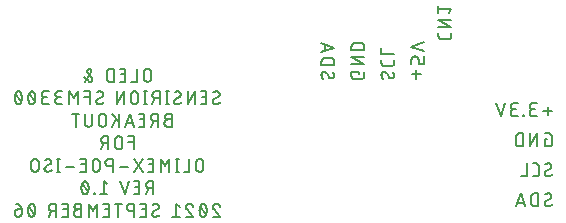
<source format=gbr>
G04 EAGLE Gerber RS-274X export*
G75*
%MOMM*%
%FSLAX34Y34*%
%LPD*%
%INSilkscreen Bottom*%
%IPPOS*%
%AMOC8*
5,1,8,0,0,1.08239X$1,22.5*%
G01*
%ADD10C,0.177800*%


D10*
X142502Y217363D02*
X142502Y222217D01*
X142500Y222325D01*
X142494Y222433D01*
X142485Y222541D01*
X142471Y222649D01*
X142454Y222756D01*
X142433Y222862D01*
X142408Y222967D01*
X142379Y223072D01*
X142347Y223175D01*
X142311Y223277D01*
X142271Y223378D01*
X142228Y223477D01*
X142181Y223575D01*
X142131Y223671D01*
X142077Y223765D01*
X142020Y223857D01*
X141960Y223947D01*
X141897Y224035D01*
X141830Y224121D01*
X141761Y224204D01*
X141689Y224284D01*
X141613Y224362D01*
X141535Y224438D01*
X141455Y224510D01*
X141372Y224579D01*
X141286Y224646D01*
X141198Y224709D01*
X141108Y224769D01*
X141016Y224826D01*
X140922Y224880D01*
X140826Y224930D01*
X140728Y224977D01*
X140629Y225020D01*
X140528Y225060D01*
X140426Y225096D01*
X140323Y225128D01*
X140218Y225157D01*
X140113Y225182D01*
X140007Y225203D01*
X139900Y225220D01*
X139792Y225234D01*
X139684Y225243D01*
X139576Y225249D01*
X139468Y225251D01*
X139360Y225249D01*
X139252Y225243D01*
X139144Y225234D01*
X139036Y225220D01*
X138929Y225203D01*
X138823Y225182D01*
X138718Y225157D01*
X138613Y225128D01*
X138510Y225096D01*
X138408Y225060D01*
X138307Y225020D01*
X138208Y224977D01*
X138110Y224930D01*
X138014Y224880D01*
X137920Y224826D01*
X137828Y224769D01*
X137738Y224709D01*
X137650Y224646D01*
X137564Y224579D01*
X137481Y224510D01*
X137401Y224438D01*
X137323Y224362D01*
X137247Y224284D01*
X137175Y224204D01*
X137106Y224121D01*
X137039Y224035D01*
X136976Y223947D01*
X136916Y223857D01*
X136859Y223765D01*
X136805Y223671D01*
X136755Y223575D01*
X136708Y223477D01*
X136665Y223378D01*
X136625Y223277D01*
X136589Y223175D01*
X136557Y223072D01*
X136528Y222967D01*
X136503Y222862D01*
X136482Y222756D01*
X136465Y222649D01*
X136451Y222541D01*
X136442Y222433D01*
X136436Y222325D01*
X136434Y222217D01*
X136434Y217363D01*
X136436Y217255D01*
X136442Y217147D01*
X136451Y217039D01*
X136465Y216931D01*
X136482Y216824D01*
X136503Y216718D01*
X136528Y216613D01*
X136557Y216508D01*
X136589Y216405D01*
X136625Y216303D01*
X136665Y216202D01*
X136708Y216103D01*
X136755Y216005D01*
X136805Y215909D01*
X136859Y215815D01*
X136916Y215723D01*
X136976Y215633D01*
X137039Y215545D01*
X137106Y215459D01*
X137175Y215376D01*
X137247Y215296D01*
X137323Y215218D01*
X137401Y215142D01*
X137481Y215070D01*
X137564Y215001D01*
X137650Y214934D01*
X137738Y214871D01*
X137828Y214811D01*
X137920Y214754D01*
X138014Y214700D01*
X138110Y214650D01*
X138208Y214603D01*
X138307Y214560D01*
X138408Y214520D01*
X138510Y214484D01*
X138613Y214452D01*
X138718Y214423D01*
X138823Y214398D01*
X138929Y214377D01*
X139036Y214360D01*
X139144Y214346D01*
X139252Y214337D01*
X139360Y214331D01*
X139468Y214329D01*
X139576Y214331D01*
X139684Y214337D01*
X139792Y214346D01*
X139900Y214360D01*
X140007Y214377D01*
X140113Y214398D01*
X140218Y214423D01*
X140323Y214452D01*
X140426Y214484D01*
X140528Y214520D01*
X140629Y214560D01*
X140728Y214603D01*
X140826Y214650D01*
X140922Y214700D01*
X141016Y214754D01*
X141108Y214811D01*
X141198Y214871D01*
X141286Y214934D01*
X141372Y215001D01*
X141455Y215070D01*
X141535Y215142D01*
X141613Y215218D01*
X141689Y215296D01*
X141761Y215376D01*
X141830Y215459D01*
X141897Y215545D01*
X141960Y215633D01*
X142020Y215723D01*
X142077Y215815D01*
X142131Y215909D01*
X142181Y216005D01*
X142228Y216103D01*
X142271Y216202D01*
X142311Y216303D01*
X142347Y216405D01*
X142379Y216508D01*
X142408Y216613D01*
X142433Y216718D01*
X142454Y216824D01*
X142471Y216931D01*
X142485Y217039D01*
X142494Y217147D01*
X142500Y217255D01*
X142502Y217363D01*
X130660Y214329D02*
X130660Y225251D01*
X130660Y214329D02*
X125806Y214329D01*
X120754Y214329D02*
X115900Y214329D01*
X120754Y214329D02*
X120754Y225251D01*
X115900Y225251D01*
X117113Y220397D02*
X120754Y220397D01*
X110879Y225251D02*
X110879Y214329D01*
X110879Y225251D02*
X107845Y225251D01*
X107737Y225249D01*
X107629Y225243D01*
X107521Y225234D01*
X107413Y225220D01*
X107306Y225203D01*
X107200Y225182D01*
X107095Y225157D01*
X106990Y225128D01*
X106887Y225096D01*
X106785Y225060D01*
X106684Y225020D01*
X106585Y224977D01*
X106487Y224930D01*
X106391Y224880D01*
X106297Y224826D01*
X106205Y224769D01*
X106115Y224709D01*
X106027Y224646D01*
X105941Y224579D01*
X105858Y224510D01*
X105778Y224438D01*
X105700Y224362D01*
X105624Y224284D01*
X105552Y224204D01*
X105483Y224121D01*
X105416Y224035D01*
X105353Y223947D01*
X105293Y223857D01*
X105236Y223765D01*
X105182Y223671D01*
X105132Y223575D01*
X105085Y223477D01*
X105042Y223378D01*
X105002Y223277D01*
X104966Y223175D01*
X104934Y223072D01*
X104905Y222967D01*
X104880Y222862D01*
X104859Y222756D01*
X104842Y222649D01*
X104828Y222541D01*
X104819Y222433D01*
X104813Y222325D01*
X104811Y222217D01*
X104811Y217363D01*
X104813Y217255D01*
X104819Y217147D01*
X104828Y217039D01*
X104842Y216931D01*
X104859Y216824D01*
X104880Y216718D01*
X104905Y216613D01*
X104934Y216508D01*
X104966Y216405D01*
X105002Y216303D01*
X105042Y216202D01*
X105085Y216103D01*
X105132Y216005D01*
X105182Y215909D01*
X105236Y215815D01*
X105293Y215723D01*
X105353Y215633D01*
X105416Y215545D01*
X105483Y215459D01*
X105552Y215376D01*
X105624Y215296D01*
X105700Y215218D01*
X105778Y215142D01*
X105858Y215070D01*
X105941Y215001D01*
X106027Y214934D01*
X106115Y214871D01*
X106205Y214811D01*
X106297Y214754D01*
X106391Y214700D01*
X106487Y214650D01*
X106585Y214603D01*
X106684Y214560D01*
X106785Y214520D01*
X106887Y214484D01*
X106990Y214452D01*
X107095Y214423D01*
X107200Y214398D01*
X107306Y214377D01*
X107413Y214360D01*
X107521Y214346D01*
X107629Y214337D01*
X107737Y214331D01*
X107845Y214329D01*
X110879Y214329D01*
X91589Y222520D02*
X91631Y222591D01*
X91670Y222664D01*
X91705Y222739D01*
X91737Y222815D01*
X91765Y222893D01*
X91790Y222972D01*
X91811Y223052D01*
X91828Y223132D01*
X91841Y223214D01*
X91851Y223296D01*
X91857Y223378D01*
X91859Y223461D01*
X91857Y223544D01*
X91852Y223626D01*
X91842Y223708D01*
X91829Y223790D01*
X91812Y223871D01*
X91791Y223951D01*
X91767Y224030D01*
X91739Y224107D01*
X91708Y224184D01*
X91673Y224259D01*
X91634Y224332D01*
X91592Y224403D01*
X91547Y224472D01*
X91499Y224540D01*
X91448Y224604D01*
X91394Y224667D01*
X91337Y224727D01*
X91277Y224784D01*
X91215Y224838D01*
X91150Y224889D01*
X91083Y224938D01*
X91014Y224983D01*
X90942Y225025D01*
X90869Y225063D01*
X90795Y225098D01*
X90718Y225130D01*
X90640Y225158D01*
X90562Y225183D01*
X90482Y225203D01*
X90401Y225221D01*
X90319Y225234D01*
X90237Y225243D01*
X90155Y225249D01*
X90072Y225251D01*
X91589Y222521D02*
X86432Y214329D01*
X88555Y222520D02*
X88513Y222591D01*
X88474Y222664D01*
X88439Y222739D01*
X88407Y222815D01*
X88379Y222893D01*
X88354Y222972D01*
X88333Y223052D01*
X88316Y223132D01*
X88303Y223214D01*
X88293Y223296D01*
X88287Y223378D01*
X88285Y223461D01*
X88287Y223544D01*
X88292Y223626D01*
X88302Y223708D01*
X88315Y223790D01*
X88332Y223871D01*
X88353Y223951D01*
X88377Y224030D01*
X88405Y224107D01*
X88436Y224184D01*
X88471Y224259D01*
X88510Y224332D01*
X88552Y224403D01*
X88597Y224472D01*
X88645Y224540D01*
X88696Y224604D01*
X88750Y224667D01*
X88807Y224727D01*
X88867Y224784D01*
X88929Y224838D01*
X88994Y224889D01*
X89061Y224938D01*
X89130Y224983D01*
X89202Y225025D01*
X89275Y225063D01*
X89349Y225098D01*
X89426Y225130D01*
X89504Y225158D01*
X89582Y225183D01*
X89662Y225203D01*
X89743Y225221D01*
X89825Y225234D01*
X89907Y225243D01*
X89989Y225249D01*
X90072Y225251D01*
X92499Y216149D02*
X92497Y216065D01*
X92491Y215981D01*
X92482Y215898D01*
X92468Y215815D01*
X92451Y215732D01*
X92430Y215651D01*
X92405Y215571D01*
X92376Y215492D01*
X92344Y215414D01*
X92308Y215338D01*
X92269Y215263D01*
X92226Y215191D01*
X92180Y215120D01*
X92131Y215052D01*
X92079Y214986D01*
X92024Y214923D01*
X91966Y214862D01*
X91905Y214804D01*
X91842Y214749D01*
X91776Y214697D01*
X91708Y214648D01*
X91637Y214602D01*
X91565Y214559D01*
X91490Y214520D01*
X91414Y214484D01*
X91336Y214452D01*
X91257Y214423D01*
X91177Y214398D01*
X91096Y214377D01*
X91013Y214360D01*
X90930Y214346D01*
X90847Y214337D01*
X90763Y214331D01*
X90679Y214329D01*
X92499Y216149D02*
X92497Y216224D01*
X92492Y216299D01*
X92482Y216373D01*
X92469Y216447D01*
X92453Y216521D01*
X92433Y216593D01*
X92409Y216664D01*
X92382Y216734D01*
X92351Y216803D01*
X92317Y216870D01*
X92280Y216935D01*
X92239Y216998D01*
X92196Y217059D01*
X92196Y217060D02*
X88555Y222521D01*
X89769Y214632D02*
X89830Y214589D01*
X89893Y214548D01*
X89958Y214511D01*
X90025Y214477D01*
X90094Y214446D01*
X90164Y214419D01*
X90235Y214395D01*
X90307Y214375D01*
X90381Y214359D01*
X90455Y214346D01*
X90529Y214336D01*
X90604Y214331D01*
X90679Y214329D01*
X89769Y214632D02*
X85218Y217970D01*
X194646Y197706D02*
X194648Y197608D01*
X194654Y197511D01*
X194664Y197413D01*
X194677Y197317D01*
X194695Y197221D01*
X194717Y197125D01*
X194742Y197031D01*
X194771Y196937D01*
X194804Y196845D01*
X194840Y196755D01*
X194880Y196666D01*
X194924Y196578D01*
X194971Y196493D01*
X195022Y196409D01*
X195076Y196327D01*
X195133Y196248D01*
X195193Y196171D01*
X195256Y196097D01*
X195323Y196025D01*
X195392Y195956D01*
X195464Y195889D01*
X195538Y195826D01*
X195615Y195766D01*
X195694Y195709D01*
X195776Y195655D01*
X195860Y195604D01*
X195945Y195557D01*
X196033Y195513D01*
X196122Y195473D01*
X196212Y195437D01*
X196304Y195404D01*
X196398Y195375D01*
X196492Y195350D01*
X196588Y195328D01*
X196684Y195310D01*
X196780Y195297D01*
X196878Y195287D01*
X196975Y195281D01*
X197073Y195279D01*
X197213Y195281D01*
X197352Y195287D01*
X197491Y195296D01*
X197630Y195309D01*
X197769Y195326D01*
X197907Y195347D01*
X198044Y195372D01*
X198181Y195400D01*
X198317Y195432D01*
X198452Y195468D01*
X198586Y195507D01*
X198718Y195550D01*
X198850Y195597D01*
X198980Y195647D01*
X199109Y195701D01*
X199237Y195758D01*
X199362Y195818D01*
X199486Y195882D01*
X199609Y195950D01*
X199729Y196021D01*
X199847Y196094D01*
X199964Y196172D01*
X200078Y196252D01*
X200190Y196335D01*
X200300Y196422D01*
X200407Y196511D01*
X200512Y196603D01*
X200614Y196698D01*
X200713Y196796D01*
X200410Y203774D02*
X200408Y203872D01*
X200402Y203969D01*
X200392Y204067D01*
X200379Y204163D01*
X200361Y204259D01*
X200339Y204355D01*
X200314Y204449D01*
X200285Y204543D01*
X200252Y204635D01*
X200216Y204725D01*
X200176Y204814D01*
X200132Y204902D01*
X200085Y204988D01*
X200034Y205071D01*
X199980Y205153D01*
X199923Y205232D01*
X199863Y205309D01*
X199800Y205383D01*
X199733Y205455D01*
X199664Y205524D01*
X199592Y205591D01*
X199518Y205654D01*
X199441Y205714D01*
X199362Y205771D01*
X199280Y205825D01*
X199197Y205876D01*
X199111Y205923D01*
X199023Y205967D01*
X198934Y206007D01*
X198844Y206043D01*
X198752Y206076D01*
X198658Y206105D01*
X198564Y206130D01*
X198468Y206152D01*
X198372Y206170D01*
X198276Y206183D01*
X198178Y206193D01*
X198081Y206199D01*
X197983Y206201D01*
X197850Y206199D01*
X197717Y206193D01*
X197584Y206183D01*
X197452Y206170D01*
X197320Y206152D01*
X197188Y206131D01*
X197058Y206106D01*
X196928Y206077D01*
X196799Y206044D01*
X196671Y206008D01*
X196544Y205967D01*
X196418Y205924D01*
X196294Y205876D01*
X196171Y205825D01*
X196050Y205770D01*
X195930Y205712D01*
X195812Y205650D01*
X195696Y205585D01*
X195582Y205516D01*
X195470Y205444D01*
X195360Y205369D01*
X195252Y205291D01*
X199196Y201650D02*
X199280Y201702D01*
X199362Y201757D01*
X199441Y201815D01*
X199518Y201876D01*
X199593Y201941D01*
X199665Y202008D01*
X199734Y202078D01*
X199800Y202151D01*
X199863Y202226D01*
X199924Y202304D01*
X199981Y202384D01*
X200035Y202467D01*
X200085Y202551D01*
X200132Y202637D01*
X200176Y202726D01*
X200216Y202816D01*
X200253Y202907D01*
X200285Y203000D01*
X200314Y203094D01*
X200340Y203189D01*
X200361Y203285D01*
X200379Y203382D01*
X200392Y203479D01*
X200402Y203577D01*
X200408Y203676D01*
X200410Y203774D01*
X195860Y199830D02*
X195776Y199778D01*
X195694Y199723D01*
X195615Y199665D01*
X195538Y199604D01*
X195463Y199539D01*
X195391Y199472D01*
X195322Y199402D01*
X195256Y199329D01*
X195193Y199254D01*
X195132Y199176D01*
X195075Y199096D01*
X195021Y199013D01*
X194971Y198929D01*
X194924Y198843D01*
X194880Y198754D01*
X194840Y198664D01*
X194804Y198573D01*
X194771Y198480D01*
X194742Y198386D01*
X194716Y198291D01*
X194695Y198195D01*
X194677Y198098D01*
X194664Y198001D01*
X194654Y197903D01*
X194648Y197804D01*
X194646Y197706D01*
X195860Y199830D02*
X199197Y201650D01*
X189253Y195279D02*
X184399Y195279D01*
X189253Y195279D02*
X189253Y206201D01*
X184399Y206201D01*
X185612Y201347D02*
X189253Y201347D01*
X179378Y206201D02*
X179378Y195279D01*
X173310Y195279D02*
X179378Y206201D01*
X173310Y206201D02*
X173310Y195279D01*
X164307Y195279D02*
X164209Y195281D01*
X164112Y195287D01*
X164014Y195297D01*
X163918Y195310D01*
X163822Y195328D01*
X163726Y195350D01*
X163632Y195375D01*
X163538Y195404D01*
X163446Y195437D01*
X163356Y195473D01*
X163267Y195513D01*
X163179Y195557D01*
X163094Y195604D01*
X163010Y195655D01*
X162928Y195709D01*
X162849Y195766D01*
X162772Y195826D01*
X162698Y195889D01*
X162626Y195956D01*
X162557Y196025D01*
X162490Y196097D01*
X162427Y196171D01*
X162367Y196248D01*
X162310Y196327D01*
X162256Y196409D01*
X162205Y196493D01*
X162158Y196578D01*
X162114Y196666D01*
X162074Y196755D01*
X162038Y196845D01*
X162005Y196937D01*
X161976Y197031D01*
X161951Y197125D01*
X161929Y197221D01*
X161911Y197317D01*
X161898Y197413D01*
X161888Y197511D01*
X161882Y197608D01*
X161880Y197706D01*
X164307Y195279D02*
X164447Y195281D01*
X164586Y195287D01*
X164725Y195296D01*
X164864Y195309D01*
X165003Y195326D01*
X165141Y195347D01*
X165278Y195372D01*
X165415Y195400D01*
X165551Y195432D01*
X165686Y195468D01*
X165820Y195507D01*
X165952Y195550D01*
X166084Y195597D01*
X166214Y195647D01*
X166343Y195701D01*
X166471Y195758D01*
X166596Y195818D01*
X166720Y195882D01*
X166843Y195950D01*
X166963Y196021D01*
X167081Y196094D01*
X167198Y196172D01*
X167312Y196252D01*
X167424Y196335D01*
X167534Y196422D01*
X167641Y196511D01*
X167746Y196603D01*
X167848Y196698D01*
X167947Y196796D01*
X167644Y203774D02*
X167642Y203872D01*
X167636Y203969D01*
X167626Y204067D01*
X167613Y204163D01*
X167595Y204259D01*
X167573Y204355D01*
X167548Y204449D01*
X167519Y204543D01*
X167486Y204635D01*
X167450Y204725D01*
X167410Y204814D01*
X167366Y204902D01*
X167319Y204988D01*
X167268Y205071D01*
X167214Y205153D01*
X167157Y205232D01*
X167097Y205309D01*
X167034Y205383D01*
X166967Y205455D01*
X166898Y205524D01*
X166826Y205591D01*
X166752Y205654D01*
X166675Y205714D01*
X166596Y205771D01*
X166514Y205825D01*
X166431Y205876D01*
X166345Y205923D01*
X166257Y205967D01*
X166168Y206007D01*
X166078Y206043D01*
X165986Y206076D01*
X165892Y206105D01*
X165798Y206130D01*
X165702Y206152D01*
X165606Y206170D01*
X165510Y206183D01*
X165412Y206193D01*
X165315Y206199D01*
X165217Y206201D01*
X165084Y206199D01*
X164951Y206193D01*
X164818Y206183D01*
X164686Y206170D01*
X164554Y206152D01*
X164422Y206131D01*
X164292Y206106D01*
X164162Y206077D01*
X164033Y206044D01*
X163905Y206008D01*
X163778Y205967D01*
X163652Y205924D01*
X163528Y205876D01*
X163405Y205825D01*
X163284Y205770D01*
X163164Y205712D01*
X163046Y205650D01*
X162930Y205585D01*
X162816Y205516D01*
X162704Y205444D01*
X162594Y205369D01*
X162486Y205291D01*
X166430Y201650D02*
X166514Y201702D01*
X166596Y201757D01*
X166675Y201815D01*
X166752Y201876D01*
X166827Y201941D01*
X166899Y202008D01*
X166968Y202078D01*
X167034Y202151D01*
X167097Y202226D01*
X167158Y202304D01*
X167215Y202384D01*
X167269Y202467D01*
X167319Y202551D01*
X167366Y202637D01*
X167410Y202726D01*
X167450Y202816D01*
X167487Y202907D01*
X167519Y203000D01*
X167548Y203094D01*
X167574Y203189D01*
X167595Y203285D01*
X167613Y203382D01*
X167626Y203479D01*
X167636Y203577D01*
X167642Y203676D01*
X167644Y203774D01*
X163094Y199830D02*
X163010Y199778D01*
X162928Y199723D01*
X162849Y199665D01*
X162772Y199604D01*
X162697Y199539D01*
X162625Y199472D01*
X162556Y199402D01*
X162490Y199329D01*
X162427Y199254D01*
X162366Y199176D01*
X162309Y199096D01*
X162255Y199013D01*
X162205Y198929D01*
X162158Y198843D01*
X162114Y198754D01*
X162074Y198664D01*
X162038Y198573D01*
X162005Y198480D01*
X161976Y198386D01*
X161950Y198291D01*
X161929Y198195D01*
X161911Y198098D01*
X161898Y198001D01*
X161888Y197903D01*
X161882Y197804D01*
X161880Y197706D01*
X163094Y199830D02*
X166431Y201650D01*
X156151Y206201D02*
X156151Y195279D01*
X157365Y195279D02*
X154937Y195279D01*
X154937Y206201D02*
X157365Y206201D01*
X149559Y206201D02*
X149559Y195279D01*
X149559Y206201D02*
X146525Y206201D01*
X146417Y206199D01*
X146309Y206193D01*
X146201Y206184D01*
X146093Y206170D01*
X145986Y206153D01*
X145880Y206132D01*
X145775Y206107D01*
X145670Y206078D01*
X145567Y206046D01*
X145465Y206010D01*
X145364Y205970D01*
X145265Y205927D01*
X145167Y205880D01*
X145071Y205830D01*
X144977Y205776D01*
X144885Y205719D01*
X144795Y205659D01*
X144707Y205596D01*
X144621Y205529D01*
X144538Y205460D01*
X144458Y205388D01*
X144380Y205312D01*
X144304Y205234D01*
X144232Y205154D01*
X144163Y205071D01*
X144096Y204985D01*
X144033Y204897D01*
X143973Y204807D01*
X143916Y204715D01*
X143862Y204621D01*
X143812Y204525D01*
X143765Y204427D01*
X143722Y204328D01*
X143682Y204227D01*
X143646Y204125D01*
X143614Y204022D01*
X143585Y203917D01*
X143560Y203812D01*
X143539Y203706D01*
X143522Y203599D01*
X143508Y203491D01*
X143499Y203383D01*
X143493Y203275D01*
X143491Y203167D01*
X143493Y203059D01*
X143499Y202951D01*
X143508Y202843D01*
X143522Y202735D01*
X143539Y202628D01*
X143560Y202522D01*
X143585Y202417D01*
X143614Y202312D01*
X143646Y202209D01*
X143682Y202107D01*
X143722Y202006D01*
X143765Y201907D01*
X143812Y201809D01*
X143862Y201713D01*
X143916Y201619D01*
X143973Y201527D01*
X144033Y201437D01*
X144096Y201349D01*
X144163Y201263D01*
X144232Y201180D01*
X144304Y201100D01*
X144380Y201022D01*
X144458Y200946D01*
X144538Y200874D01*
X144621Y200805D01*
X144707Y200738D01*
X144795Y200675D01*
X144885Y200615D01*
X144977Y200558D01*
X145071Y200504D01*
X145167Y200454D01*
X145265Y200407D01*
X145364Y200364D01*
X145465Y200324D01*
X145567Y200288D01*
X145670Y200256D01*
X145775Y200227D01*
X145880Y200202D01*
X145986Y200181D01*
X146093Y200164D01*
X146201Y200150D01*
X146309Y200141D01*
X146417Y200135D01*
X146525Y200133D01*
X149559Y200133D01*
X145918Y200133D02*
X143491Y195279D01*
X137482Y195279D02*
X137482Y206201D01*
X138696Y195279D02*
X136268Y195279D01*
X136268Y206201D02*
X138696Y206201D01*
X131372Y203167D02*
X131372Y198313D01*
X131372Y203167D02*
X131370Y203275D01*
X131364Y203383D01*
X131355Y203491D01*
X131341Y203599D01*
X131324Y203706D01*
X131303Y203812D01*
X131278Y203917D01*
X131249Y204022D01*
X131217Y204125D01*
X131181Y204227D01*
X131141Y204328D01*
X131098Y204427D01*
X131051Y204525D01*
X131001Y204621D01*
X130947Y204715D01*
X130890Y204807D01*
X130830Y204897D01*
X130767Y204985D01*
X130700Y205071D01*
X130631Y205154D01*
X130559Y205234D01*
X130483Y205312D01*
X130405Y205388D01*
X130325Y205460D01*
X130242Y205529D01*
X130156Y205596D01*
X130068Y205659D01*
X129978Y205719D01*
X129886Y205776D01*
X129792Y205830D01*
X129696Y205880D01*
X129598Y205927D01*
X129499Y205970D01*
X129398Y206010D01*
X129296Y206046D01*
X129193Y206078D01*
X129088Y206107D01*
X128983Y206132D01*
X128877Y206153D01*
X128770Y206170D01*
X128662Y206184D01*
X128554Y206193D01*
X128446Y206199D01*
X128338Y206201D01*
X128230Y206199D01*
X128122Y206193D01*
X128014Y206184D01*
X127906Y206170D01*
X127799Y206153D01*
X127693Y206132D01*
X127588Y206107D01*
X127483Y206078D01*
X127380Y206046D01*
X127278Y206010D01*
X127177Y205970D01*
X127078Y205927D01*
X126980Y205880D01*
X126884Y205830D01*
X126790Y205776D01*
X126698Y205719D01*
X126608Y205659D01*
X126520Y205596D01*
X126434Y205529D01*
X126351Y205460D01*
X126271Y205388D01*
X126193Y205312D01*
X126117Y205234D01*
X126045Y205154D01*
X125976Y205071D01*
X125909Y204985D01*
X125846Y204897D01*
X125786Y204807D01*
X125729Y204715D01*
X125675Y204621D01*
X125625Y204525D01*
X125578Y204427D01*
X125535Y204328D01*
X125495Y204227D01*
X125459Y204125D01*
X125427Y204022D01*
X125398Y203917D01*
X125373Y203812D01*
X125352Y203706D01*
X125335Y203599D01*
X125321Y203491D01*
X125312Y203383D01*
X125306Y203275D01*
X125304Y203167D01*
X125304Y198313D01*
X125306Y198205D01*
X125312Y198097D01*
X125321Y197989D01*
X125335Y197881D01*
X125352Y197774D01*
X125373Y197668D01*
X125398Y197563D01*
X125427Y197458D01*
X125459Y197355D01*
X125495Y197253D01*
X125535Y197152D01*
X125578Y197053D01*
X125625Y196955D01*
X125675Y196859D01*
X125729Y196765D01*
X125786Y196673D01*
X125846Y196583D01*
X125909Y196495D01*
X125976Y196409D01*
X126045Y196326D01*
X126117Y196246D01*
X126193Y196168D01*
X126271Y196092D01*
X126351Y196020D01*
X126434Y195951D01*
X126520Y195884D01*
X126608Y195821D01*
X126698Y195761D01*
X126790Y195704D01*
X126884Y195650D01*
X126980Y195600D01*
X127078Y195553D01*
X127177Y195510D01*
X127278Y195470D01*
X127380Y195434D01*
X127483Y195402D01*
X127588Y195373D01*
X127693Y195348D01*
X127799Y195327D01*
X127906Y195310D01*
X128014Y195296D01*
X128122Y195287D01*
X128230Y195281D01*
X128338Y195279D01*
X128446Y195281D01*
X128554Y195287D01*
X128662Y195296D01*
X128770Y195310D01*
X128877Y195327D01*
X128983Y195348D01*
X129088Y195373D01*
X129193Y195402D01*
X129296Y195434D01*
X129398Y195470D01*
X129499Y195510D01*
X129598Y195553D01*
X129696Y195600D01*
X129792Y195650D01*
X129886Y195704D01*
X129978Y195761D01*
X130068Y195821D01*
X130156Y195884D01*
X130242Y195951D01*
X130325Y196020D01*
X130405Y196092D01*
X130483Y196168D01*
X130559Y196246D01*
X130631Y196326D01*
X130700Y196409D01*
X130767Y196495D01*
X130830Y196583D01*
X130890Y196673D01*
X130947Y196765D01*
X131001Y196859D01*
X131051Y196955D01*
X131098Y197053D01*
X131141Y197152D01*
X131181Y197253D01*
X131217Y197355D01*
X131249Y197458D01*
X131278Y197563D01*
X131303Y197668D01*
X131324Y197774D01*
X131341Y197881D01*
X131355Y197989D01*
X131364Y198097D01*
X131370Y198205D01*
X131372Y198313D01*
X119561Y195279D02*
X119561Y206201D01*
X113493Y195279D01*
X113493Y206201D01*
X98394Y195279D02*
X98296Y195281D01*
X98199Y195287D01*
X98101Y195297D01*
X98005Y195310D01*
X97909Y195328D01*
X97813Y195350D01*
X97719Y195375D01*
X97625Y195404D01*
X97533Y195437D01*
X97443Y195473D01*
X97354Y195513D01*
X97266Y195557D01*
X97180Y195604D01*
X97097Y195655D01*
X97015Y195709D01*
X96936Y195766D01*
X96859Y195826D01*
X96785Y195889D01*
X96713Y195956D01*
X96644Y196025D01*
X96577Y196097D01*
X96514Y196171D01*
X96454Y196248D01*
X96397Y196327D01*
X96343Y196409D01*
X96292Y196493D01*
X96245Y196578D01*
X96201Y196666D01*
X96161Y196755D01*
X96125Y196845D01*
X96092Y196937D01*
X96063Y197031D01*
X96038Y197125D01*
X96016Y197221D01*
X95998Y197317D01*
X95985Y197413D01*
X95975Y197511D01*
X95969Y197608D01*
X95967Y197706D01*
X98394Y195279D02*
X98534Y195281D01*
X98673Y195287D01*
X98812Y195296D01*
X98951Y195309D01*
X99090Y195326D01*
X99228Y195347D01*
X99365Y195372D01*
X99502Y195400D01*
X99638Y195432D01*
X99773Y195468D01*
X99907Y195507D01*
X100039Y195550D01*
X100171Y195597D01*
X100301Y195647D01*
X100430Y195701D01*
X100558Y195758D01*
X100683Y195818D01*
X100807Y195882D01*
X100930Y195950D01*
X101050Y196021D01*
X101168Y196094D01*
X101285Y196172D01*
X101399Y196252D01*
X101511Y196335D01*
X101621Y196422D01*
X101728Y196511D01*
X101833Y196603D01*
X101935Y196698D01*
X102034Y196796D01*
X101731Y203774D02*
X101729Y203872D01*
X101723Y203969D01*
X101713Y204067D01*
X101700Y204163D01*
X101682Y204259D01*
X101660Y204355D01*
X101635Y204449D01*
X101606Y204543D01*
X101573Y204635D01*
X101537Y204725D01*
X101497Y204814D01*
X101453Y204902D01*
X101406Y204988D01*
X101355Y205071D01*
X101301Y205153D01*
X101244Y205232D01*
X101184Y205309D01*
X101121Y205383D01*
X101054Y205455D01*
X100985Y205524D01*
X100913Y205591D01*
X100839Y205654D01*
X100762Y205714D01*
X100683Y205771D01*
X100601Y205825D01*
X100518Y205876D01*
X100432Y205923D01*
X100344Y205967D01*
X100255Y206007D01*
X100165Y206043D01*
X100073Y206076D01*
X99979Y206105D01*
X99885Y206130D01*
X99789Y206152D01*
X99693Y206170D01*
X99597Y206183D01*
X99499Y206193D01*
X99402Y206199D01*
X99304Y206201D01*
X99171Y206199D01*
X99038Y206193D01*
X98905Y206183D01*
X98773Y206170D01*
X98641Y206152D01*
X98509Y206131D01*
X98379Y206106D01*
X98249Y206077D01*
X98120Y206044D01*
X97992Y206008D01*
X97865Y205967D01*
X97739Y205924D01*
X97615Y205876D01*
X97492Y205825D01*
X97371Y205770D01*
X97251Y205712D01*
X97133Y205650D01*
X97017Y205585D01*
X96903Y205516D01*
X96791Y205444D01*
X96681Y205369D01*
X96573Y205291D01*
X100518Y201650D02*
X100602Y201702D01*
X100684Y201757D01*
X100763Y201815D01*
X100840Y201876D01*
X100915Y201941D01*
X100987Y202008D01*
X101056Y202078D01*
X101122Y202151D01*
X101185Y202226D01*
X101246Y202304D01*
X101303Y202384D01*
X101357Y202467D01*
X101407Y202551D01*
X101454Y202637D01*
X101498Y202726D01*
X101538Y202816D01*
X101575Y202907D01*
X101607Y203000D01*
X101636Y203094D01*
X101662Y203189D01*
X101683Y203285D01*
X101701Y203382D01*
X101714Y203479D01*
X101724Y203577D01*
X101730Y203676D01*
X101732Y203774D01*
X97181Y199830D02*
X97097Y199778D01*
X97015Y199723D01*
X96936Y199665D01*
X96859Y199604D01*
X96784Y199539D01*
X96712Y199472D01*
X96643Y199402D01*
X96577Y199329D01*
X96514Y199254D01*
X96453Y199176D01*
X96396Y199096D01*
X96342Y199013D01*
X96292Y198929D01*
X96245Y198843D01*
X96201Y198754D01*
X96161Y198664D01*
X96125Y198573D01*
X96092Y198480D01*
X96063Y198386D01*
X96037Y198291D01*
X96016Y198195D01*
X95998Y198098D01*
X95985Y198001D01*
X95975Y197903D01*
X95969Y197804D01*
X95967Y197706D01*
X97181Y199830D02*
X100518Y201650D01*
X90574Y206201D02*
X90574Y195279D01*
X90574Y206201D02*
X85720Y206201D01*
X85720Y201347D02*
X90574Y201347D01*
X80544Y206201D02*
X80544Y195279D01*
X76903Y200133D02*
X80544Y206201D01*
X76903Y200133D02*
X73262Y206201D01*
X73262Y195279D01*
X67364Y195279D02*
X64330Y195279D01*
X64222Y195281D01*
X64114Y195287D01*
X64006Y195296D01*
X63898Y195310D01*
X63791Y195327D01*
X63685Y195348D01*
X63580Y195373D01*
X63475Y195402D01*
X63372Y195434D01*
X63270Y195470D01*
X63169Y195510D01*
X63070Y195553D01*
X62972Y195600D01*
X62876Y195650D01*
X62782Y195704D01*
X62690Y195761D01*
X62600Y195821D01*
X62512Y195884D01*
X62426Y195951D01*
X62343Y196020D01*
X62263Y196092D01*
X62185Y196168D01*
X62109Y196246D01*
X62037Y196326D01*
X61968Y196409D01*
X61901Y196495D01*
X61838Y196583D01*
X61778Y196673D01*
X61721Y196765D01*
X61667Y196859D01*
X61617Y196955D01*
X61570Y197053D01*
X61527Y197152D01*
X61487Y197253D01*
X61451Y197355D01*
X61419Y197458D01*
X61390Y197563D01*
X61365Y197668D01*
X61344Y197774D01*
X61327Y197881D01*
X61313Y197989D01*
X61304Y198097D01*
X61298Y198205D01*
X61296Y198313D01*
X61298Y198421D01*
X61304Y198529D01*
X61313Y198637D01*
X61327Y198745D01*
X61344Y198852D01*
X61365Y198958D01*
X61390Y199063D01*
X61419Y199168D01*
X61451Y199271D01*
X61487Y199373D01*
X61527Y199474D01*
X61570Y199573D01*
X61617Y199671D01*
X61667Y199767D01*
X61721Y199861D01*
X61778Y199953D01*
X61838Y200043D01*
X61901Y200131D01*
X61968Y200217D01*
X62037Y200300D01*
X62109Y200380D01*
X62185Y200458D01*
X62263Y200534D01*
X62343Y200606D01*
X62426Y200675D01*
X62512Y200742D01*
X62600Y200805D01*
X62690Y200865D01*
X62782Y200922D01*
X62876Y200976D01*
X62972Y201026D01*
X63070Y201073D01*
X63169Y201116D01*
X63270Y201156D01*
X63372Y201192D01*
X63475Y201224D01*
X63580Y201253D01*
X63685Y201278D01*
X63791Y201299D01*
X63898Y201316D01*
X64006Y201330D01*
X64114Y201339D01*
X64222Y201345D01*
X64330Y201347D01*
X63723Y206201D02*
X67364Y206201D01*
X63723Y206201D02*
X63625Y206199D01*
X63528Y206193D01*
X63430Y206183D01*
X63334Y206170D01*
X63238Y206152D01*
X63142Y206130D01*
X63048Y206105D01*
X62954Y206076D01*
X62862Y206043D01*
X62772Y206007D01*
X62683Y205967D01*
X62595Y205923D01*
X62510Y205876D01*
X62426Y205825D01*
X62344Y205771D01*
X62265Y205714D01*
X62188Y205654D01*
X62114Y205591D01*
X62042Y205524D01*
X61973Y205455D01*
X61906Y205383D01*
X61843Y205309D01*
X61783Y205232D01*
X61726Y205153D01*
X61672Y205071D01*
X61621Y204988D01*
X61574Y204902D01*
X61530Y204814D01*
X61490Y204725D01*
X61454Y204635D01*
X61421Y204543D01*
X61392Y204449D01*
X61367Y204355D01*
X61345Y204259D01*
X61327Y204163D01*
X61314Y204067D01*
X61304Y203969D01*
X61298Y203872D01*
X61296Y203774D01*
X61298Y203676D01*
X61304Y203579D01*
X61314Y203481D01*
X61327Y203385D01*
X61345Y203289D01*
X61367Y203193D01*
X61392Y203099D01*
X61421Y203005D01*
X61454Y202913D01*
X61490Y202823D01*
X61530Y202734D01*
X61574Y202646D01*
X61621Y202561D01*
X61672Y202477D01*
X61726Y202395D01*
X61783Y202316D01*
X61843Y202239D01*
X61906Y202165D01*
X61973Y202093D01*
X62042Y202024D01*
X62114Y201957D01*
X62188Y201894D01*
X62265Y201834D01*
X62344Y201777D01*
X62426Y201723D01*
X62509Y201672D01*
X62595Y201625D01*
X62683Y201581D01*
X62772Y201541D01*
X62862Y201505D01*
X62954Y201472D01*
X63048Y201443D01*
X63142Y201418D01*
X63238Y201396D01*
X63334Y201378D01*
X63430Y201365D01*
X63528Y201355D01*
X63625Y201349D01*
X63723Y201347D01*
X66150Y201347D01*
X55934Y195279D02*
X52900Y195279D01*
X52792Y195281D01*
X52684Y195287D01*
X52576Y195296D01*
X52468Y195310D01*
X52361Y195327D01*
X52255Y195348D01*
X52150Y195373D01*
X52045Y195402D01*
X51942Y195434D01*
X51840Y195470D01*
X51739Y195510D01*
X51640Y195553D01*
X51542Y195600D01*
X51446Y195650D01*
X51352Y195704D01*
X51260Y195761D01*
X51170Y195821D01*
X51082Y195884D01*
X50996Y195951D01*
X50913Y196020D01*
X50833Y196092D01*
X50755Y196168D01*
X50679Y196246D01*
X50607Y196326D01*
X50538Y196409D01*
X50471Y196495D01*
X50408Y196583D01*
X50348Y196673D01*
X50291Y196765D01*
X50237Y196859D01*
X50187Y196955D01*
X50140Y197053D01*
X50097Y197152D01*
X50057Y197253D01*
X50021Y197355D01*
X49989Y197458D01*
X49960Y197563D01*
X49935Y197668D01*
X49914Y197774D01*
X49897Y197881D01*
X49883Y197989D01*
X49874Y198097D01*
X49868Y198205D01*
X49866Y198313D01*
X49868Y198421D01*
X49874Y198529D01*
X49883Y198637D01*
X49897Y198745D01*
X49914Y198852D01*
X49935Y198958D01*
X49960Y199063D01*
X49989Y199168D01*
X50021Y199271D01*
X50057Y199373D01*
X50097Y199474D01*
X50140Y199573D01*
X50187Y199671D01*
X50237Y199767D01*
X50291Y199861D01*
X50348Y199953D01*
X50408Y200043D01*
X50471Y200131D01*
X50538Y200217D01*
X50607Y200300D01*
X50679Y200380D01*
X50755Y200458D01*
X50833Y200534D01*
X50913Y200606D01*
X50996Y200675D01*
X51082Y200742D01*
X51170Y200805D01*
X51260Y200865D01*
X51352Y200922D01*
X51446Y200976D01*
X51542Y201026D01*
X51640Y201073D01*
X51739Y201116D01*
X51840Y201156D01*
X51942Y201192D01*
X52045Y201224D01*
X52150Y201253D01*
X52255Y201278D01*
X52361Y201299D01*
X52468Y201316D01*
X52576Y201330D01*
X52684Y201339D01*
X52792Y201345D01*
X52900Y201347D01*
X52293Y206201D02*
X55934Y206201D01*
X52293Y206201D02*
X52195Y206199D01*
X52098Y206193D01*
X52000Y206183D01*
X51904Y206170D01*
X51808Y206152D01*
X51712Y206130D01*
X51618Y206105D01*
X51524Y206076D01*
X51432Y206043D01*
X51342Y206007D01*
X51253Y205967D01*
X51165Y205923D01*
X51080Y205876D01*
X50996Y205825D01*
X50914Y205771D01*
X50835Y205714D01*
X50758Y205654D01*
X50684Y205591D01*
X50612Y205524D01*
X50543Y205455D01*
X50476Y205383D01*
X50413Y205309D01*
X50353Y205232D01*
X50296Y205153D01*
X50242Y205071D01*
X50191Y204988D01*
X50144Y204902D01*
X50100Y204814D01*
X50060Y204725D01*
X50024Y204635D01*
X49991Y204543D01*
X49962Y204449D01*
X49937Y204355D01*
X49915Y204259D01*
X49897Y204163D01*
X49884Y204067D01*
X49874Y203969D01*
X49868Y203872D01*
X49866Y203774D01*
X49868Y203676D01*
X49874Y203579D01*
X49884Y203481D01*
X49897Y203385D01*
X49915Y203289D01*
X49937Y203193D01*
X49962Y203099D01*
X49991Y203005D01*
X50024Y202913D01*
X50060Y202823D01*
X50100Y202734D01*
X50144Y202646D01*
X50191Y202561D01*
X50242Y202477D01*
X50296Y202395D01*
X50353Y202316D01*
X50413Y202239D01*
X50476Y202165D01*
X50543Y202093D01*
X50612Y202024D01*
X50684Y201957D01*
X50758Y201894D01*
X50835Y201834D01*
X50914Y201777D01*
X50996Y201723D01*
X51079Y201672D01*
X51165Y201625D01*
X51253Y201581D01*
X51342Y201541D01*
X51432Y201505D01*
X51524Y201472D01*
X51618Y201443D01*
X51712Y201418D01*
X51808Y201396D01*
X51904Y201378D01*
X52000Y201365D01*
X52098Y201355D01*
X52195Y201349D01*
X52293Y201347D01*
X54720Y201347D01*
X44504Y200740D02*
X44501Y200955D01*
X44494Y201170D01*
X44481Y201384D01*
X44463Y201598D01*
X44440Y201812D01*
X44412Y202025D01*
X44379Y202237D01*
X44340Y202448D01*
X44297Y202659D01*
X44249Y202868D01*
X44195Y203076D01*
X44137Y203283D01*
X44074Y203489D01*
X44006Y203692D01*
X43933Y203894D01*
X43855Y204095D01*
X43773Y204293D01*
X43686Y204490D01*
X43594Y204684D01*
X43562Y204771D01*
X43526Y204857D01*
X43487Y204941D01*
X43445Y205024D01*
X43399Y205105D01*
X43350Y205183D01*
X43298Y205260D01*
X43242Y205334D01*
X43184Y205406D01*
X43122Y205476D01*
X43058Y205543D01*
X42991Y205607D01*
X42921Y205669D01*
X42849Y205727D01*
X42775Y205783D01*
X42698Y205835D01*
X42620Y205884D01*
X42539Y205930D01*
X42456Y205973D01*
X42372Y206012D01*
X42286Y206047D01*
X42199Y206079D01*
X42111Y206108D01*
X42021Y206132D01*
X41931Y206153D01*
X41840Y206170D01*
X41748Y206184D01*
X41655Y206193D01*
X41563Y206199D01*
X41470Y206201D01*
X41377Y206199D01*
X41285Y206193D01*
X41192Y206184D01*
X41100Y206170D01*
X41009Y206153D01*
X40919Y206132D01*
X40829Y206108D01*
X40741Y206079D01*
X40654Y206047D01*
X40568Y206012D01*
X40484Y205973D01*
X40401Y205930D01*
X40320Y205884D01*
X40242Y205835D01*
X40165Y205783D01*
X40091Y205727D01*
X40019Y205669D01*
X39949Y205607D01*
X39882Y205543D01*
X39818Y205476D01*
X39756Y205406D01*
X39698Y205334D01*
X39643Y205260D01*
X39590Y205183D01*
X39541Y205105D01*
X39495Y205024D01*
X39453Y204941D01*
X39414Y204857D01*
X39378Y204771D01*
X39346Y204684D01*
X39347Y204684D02*
X39255Y204490D01*
X39168Y204293D01*
X39086Y204095D01*
X39008Y203895D01*
X38935Y203692D01*
X38867Y203489D01*
X38804Y203283D01*
X38746Y203076D01*
X38692Y202868D01*
X38644Y202659D01*
X38601Y202448D01*
X38562Y202237D01*
X38529Y202025D01*
X38501Y201812D01*
X38478Y201598D01*
X38460Y201384D01*
X38447Y201170D01*
X38440Y200955D01*
X38437Y200740D01*
X44504Y200740D02*
X44501Y200525D01*
X44494Y200310D01*
X44481Y200096D01*
X44463Y199882D01*
X44440Y199668D01*
X44412Y199455D01*
X44379Y199243D01*
X44340Y199031D01*
X44297Y198821D01*
X44249Y198612D01*
X44195Y198403D01*
X44137Y198197D01*
X44074Y197991D01*
X44006Y197787D01*
X43933Y197585D01*
X43855Y197385D01*
X43773Y197186D01*
X43686Y196990D01*
X43594Y196796D01*
X43562Y196709D01*
X43526Y196623D01*
X43487Y196539D01*
X43445Y196456D01*
X43399Y196375D01*
X43350Y196297D01*
X43297Y196220D01*
X43242Y196146D01*
X43184Y196074D01*
X43122Y196004D01*
X43058Y195937D01*
X42991Y195873D01*
X42921Y195811D01*
X42849Y195753D01*
X42775Y195697D01*
X42698Y195645D01*
X42620Y195596D01*
X42539Y195550D01*
X42456Y195507D01*
X42372Y195468D01*
X42286Y195433D01*
X42199Y195401D01*
X42111Y195372D01*
X42021Y195348D01*
X41931Y195327D01*
X41840Y195310D01*
X41748Y195296D01*
X41655Y195287D01*
X41563Y195281D01*
X41470Y195279D01*
X39346Y196796D02*
X39254Y196990D01*
X39167Y197186D01*
X39085Y197385D01*
X39007Y197585D01*
X38934Y197787D01*
X38866Y197991D01*
X38803Y198197D01*
X38745Y198403D01*
X38691Y198612D01*
X38643Y198821D01*
X38600Y199031D01*
X38561Y199243D01*
X38528Y199455D01*
X38500Y199668D01*
X38477Y199882D01*
X38459Y200096D01*
X38446Y200310D01*
X38439Y200525D01*
X38436Y200740D01*
X39346Y196796D02*
X39378Y196709D01*
X39414Y196623D01*
X39453Y196539D01*
X39495Y196456D01*
X39541Y196375D01*
X39590Y196297D01*
X39643Y196220D01*
X39698Y196146D01*
X39756Y196074D01*
X39818Y196004D01*
X39882Y195937D01*
X39949Y195873D01*
X40019Y195811D01*
X40091Y195753D01*
X40165Y195697D01*
X40242Y195645D01*
X40320Y195596D01*
X40401Y195550D01*
X40484Y195507D01*
X40568Y195468D01*
X40654Y195433D01*
X40741Y195401D01*
X40829Y195372D01*
X40919Y195348D01*
X41009Y195327D01*
X41100Y195310D01*
X41192Y195296D01*
X41285Y195287D01*
X41377Y195281D01*
X41470Y195279D01*
X43897Y197706D02*
X39043Y203774D01*
X33074Y200740D02*
X33071Y200955D01*
X33064Y201170D01*
X33051Y201384D01*
X33033Y201598D01*
X33010Y201812D01*
X32982Y202025D01*
X32949Y202237D01*
X32910Y202448D01*
X32867Y202659D01*
X32819Y202868D01*
X32765Y203076D01*
X32707Y203283D01*
X32644Y203489D01*
X32576Y203692D01*
X32503Y203894D01*
X32425Y204095D01*
X32343Y204293D01*
X32256Y204490D01*
X32164Y204684D01*
X32132Y204771D01*
X32096Y204857D01*
X32057Y204941D01*
X32015Y205024D01*
X31969Y205105D01*
X31920Y205183D01*
X31868Y205260D01*
X31812Y205334D01*
X31754Y205406D01*
X31692Y205476D01*
X31628Y205543D01*
X31561Y205607D01*
X31491Y205669D01*
X31419Y205727D01*
X31345Y205783D01*
X31268Y205835D01*
X31190Y205884D01*
X31109Y205930D01*
X31026Y205973D01*
X30942Y206012D01*
X30856Y206047D01*
X30769Y206079D01*
X30681Y206108D01*
X30591Y206132D01*
X30501Y206153D01*
X30410Y206170D01*
X30318Y206184D01*
X30225Y206193D01*
X30133Y206199D01*
X30040Y206201D01*
X29947Y206199D01*
X29855Y206193D01*
X29762Y206184D01*
X29670Y206170D01*
X29579Y206153D01*
X29489Y206132D01*
X29399Y206108D01*
X29311Y206079D01*
X29224Y206047D01*
X29138Y206012D01*
X29054Y205973D01*
X28971Y205930D01*
X28890Y205884D01*
X28812Y205835D01*
X28735Y205783D01*
X28661Y205727D01*
X28589Y205669D01*
X28519Y205607D01*
X28452Y205543D01*
X28388Y205476D01*
X28326Y205406D01*
X28268Y205334D01*
X28213Y205260D01*
X28160Y205183D01*
X28111Y205105D01*
X28065Y205024D01*
X28023Y204941D01*
X27984Y204857D01*
X27948Y204771D01*
X27916Y204684D01*
X27917Y204684D02*
X27825Y204490D01*
X27738Y204293D01*
X27656Y204095D01*
X27578Y203895D01*
X27505Y203692D01*
X27437Y203489D01*
X27374Y203283D01*
X27316Y203076D01*
X27262Y202868D01*
X27214Y202659D01*
X27171Y202448D01*
X27132Y202237D01*
X27099Y202025D01*
X27071Y201812D01*
X27048Y201598D01*
X27030Y201384D01*
X27017Y201170D01*
X27010Y200955D01*
X27007Y200740D01*
X33074Y200740D02*
X33071Y200525D01*
X33064Y200310D01*
X33051Y200096D01*
X33033Y199882D01*
X33010Y199668D01*
X32982Y199455D01*
X32949Y199243D01*
X32910Y199031D01*
X32867Y198821D01*
X32819Y198612D01*
X32765Y198403D01*
X32707Y198197D01*
X32644Y197991D01*
X32576Y197787D01*
X32503Y197585D01*
X32425Y197385D01*
X32343Y197186D01*
X32256Y196990D01*
X32164Y196796D01*
X32132Y196709D01*
X32096Y196623D01*
X32057Y196539D01*
X32015Y196456D01*
X31969Y196375D01*
X31920Y196297D01*
X31867Y196220D01*
X31812Y196146D01*
X31754Y196074D01*
X31692Y196004D01*
X31628Y195937D01*
X31561Y195873D01*
X31491Y195811D01*
X31419Y195753D01*
X31345Y195697D01*
X31268Y195645D01*
X31190Y195596D01*
X31109Y195550D01*
X31026Y195507D01*
X30942Y195468D01*
X30856Y195433D01*
X30769Y195401D01*
X30681Y195372D01*
X30591Y195348D01*
X30501Y195327D01*
X30410Y195310D01*
X30318Y195296D01*
X30225Y195287D01*
X30133Y195281D01*
X30040Y195279D01*
X27916Y196796D02*
X27824Y196990D01*
X27737Y197186D01*
X27655Y197385D01*
X27577Y197585D01*
X27504Y197787D01*
X27436Y197991D01*
X27373Y198197D01*
X27315Y198403D01*
X27261Y198612D01*
X27213Y198821D01*
X27170Y199031D01*
X27131Y199243D01*
X27098Y199455D01*
X27070Y199668D01*
X27047Y199882D01*
X27029Y200096D01*
X27016Y200310D01*
X27009Y200525D01*
X27006Y200740D01*
X27916Y196796D02*
X27948Y196709D01*
X27984Y196623D01*
X28023Y196539D01*
X28065Y196456D01*
X28111Y196375D01*
X28160Y196297D01*
X28213Y196220D01*
X28268Y196146D01*
X28326Y196074D01*
X28388Y196004D01*
X28452Y195937D01*
X28519Y195873D01*
X28589Y195811D01*
X28661Y195753D01*
X28735Y195697D01*
X28812Y195645D01*
X28890Y195596D01*
X28971Y195550D01*
X29054Y195507D01*
X29138Y195468D01*
X29224Y195433D01*
X29311Y195401D01*
X29399Y195372D01*
X29489Y195348D01*
X29579Y195327D01*
X29670Y195310D01*
X29762Y195296D01*
X29855Y195287D01*
X29947Y195281D01*
X30040Y195279D01*
X32467Y197706D02*
X27613Y203774D01*
X156684Y182297D02*
X159718Y182297D01*
X156684Y182297D02*
X156576Y182295D01*
X156468Y182289D01*
X156360Y182280D01*
X156252Y182266D01*
X156145Y182249D01*
X156039Y182228D01*
X155934Y182203D01*
X155829Y182174D01*
X155726Y182142D01*
X155624Y182106D01*
X155523Y182066D01*
X155424Y182023D01*
X155326Y181976D01*
X155230Y181926D01*
X155136Y181872D01*
X155044Y181815D01*
X154954Y181755D01*
X154866Y181692D01*
X154780Y181625D01*
X154697Y181556D01*
X154617Y181484D01*
X154539Y181408D01*
X154463Y181330D01*
X154391Y181250D01*
X154322Y181167D01*
X154255Y181081D01*
X154192Y180993D01*
X154132Y180903D01*
X154075Y180811D01*
X154021Y180717D01*
X153971Y180621D01*
X153924Y180523D01*
X153881Y180424D01*
X153841Y180323D01*
X153805Y180221D01*
X153773Y180118D01*
X153744Y180013D01*
X153719Y179908D01*
X153698Y179802D01*
X153681Y179695D01*
X153667Y179587D01*
X153658Y179479D01*
X153652Y179371D01*
X153650Y179263D01*
X153652Y179155D01*
X153658Y179047D01*
X153667Y178939D01*
X153681Y178831D01*
X153698Y178724D01*
X153719Y178618D01*
X153744Y178513D01*
X153773Y178408D01*
X153805Y178305D01*
X153841Y178203D01*
X153881Y178102D01*
X153924Y178003D01*
X153971Y177905D01*
X154021Y177809D01*
X154075Y177715D01*
X154132Y177623D01*
X154192Y177533D01*
X154255Y177445D01*
X154322Y177359D01*
X154391Y177276D01*
X154463Y177196D01*
X154539Y177118D01*
X154617Y177042D01*
X154697Y176970D01*
X154780Y176901D01*
X154866Y176834D01*
X154954Y176771D01*
X155044Y176711D01*
X155136Y176654D01*
X155230Y176600D01*
X155326Y176550D01*
X155424Y176503D01*
X155523Y176460D01*
X155624Y176420D01*
X155726Y176384D01*
X155829Y176352D01*
X155934Y176323D01*
X156039Y176298D01*
X156145Y176277D01*
X156252Y176260D01*
X156360Y176246D01*
X156468Y176237D01*
X156576Y176231D01*
X156684Y176229D01*
X159718Y176229D01*
X159718Y187151D01*
X156684Y187151D01*
X156586Y187149D01*
X156489Y187143D01*
X156391Y187133D01*
X156295Y187120D01*
X156199Y187102D01*
X156103Y187080D01*
X156009Y187055D01*
X155915Y187026D01*
X155823Y186993D01*
X155733Y186957D01*
X155644Y186917D01*
X155556Y186873D01*
X155471Y186826D01*
X155387Y186775D01*
X155305Y186721D01*
X155226Y186664D01*
X155149Y186604D01*
X155075Y186541D01*
X155003Y186474D01*
X154934Y186405D01*
X154867Y186333D01*
X154804Y186259D01*
X154744Y186182D01*
X154687Y186103D01*
X154633Y186021D01*
X154582Y185938D01*
X154535Y185852D01*
X154491Y185764D01*
X154451Y185675D01*
X154415Y185585D01*
X154382Y185493D01*
X154353Y185399D01*
X154328Y185305D01*
X154306Y185209D01*
X154288Y185113D01*
X154275Y185017D01*
X154265Y184919D01*
X154259Y184822D01*
X154257Y184724D01*
X154259Y184626D01*
X154265Y184529D01*
X154275Y184431D01*
X154288Y184335D01*
X154306Y184239D01*
X154328Y184143D01*
X154353Y184049D01*
X154382Y183955D01*
X154415Y183863D01*
X154451Y183773D01*
X154491Y183684D01*
X154535Y183596D01*
X154582Y183511D01*
X154633Y183427D01*
X154687Y183345D01*
X154744Y183266D01*
X154804Y183189D01*
X154867Y183115D01*
X154934Y183043D01*
X155003Y182974D01*
X155075Y182907D01*
X155149Y182844D01*
X155226Y182784D01*
X155305Y182727D01*
X155387Y182673D01*
X155470Y182622D01*
X155556Y182575D01*
X155644Y182531D01*
X155733Y182491D01*
X155823Y182455D01*
X155915Y182422D01*
X156009Y182393D01*
X156103Y182368D01*
X156199Y182346D01*
X156295Y182328D01*
X156391Y182315D01*
X156489Y182305D01*
X156586Y182299D01*
X156684Y182297D01*
X148419Y187151D02*
X148419Y176229D01*
X148419Y187151D02*
X145385Y187151D01*
X145277Y187149D01*
X145169Y187143D01*
X145061Y187134D01*
X144953Y187120D01*
X144846Y187103D01*
X144740Y187082D01*
X144635Y187057D01*
X144530Y187028D01*
X144427Y186996D01*
X144325Y186960D01*
X144224Y186920D01*
X144125Y186877D01*
X144027Y186830D01*
X143931Y186780D01*
X143837Y186726D01*
X143745Y186669D01*
X143655Y186609D01*
X143567Y186546D01*
X143481Y186479D01*
X143398Y186410D01*
X143318Y186338D01*
X143240Y186262D01*
X143164Y186184D01*
X143092Y186104D01*
X143023Y186021D01*
X142956Y185935D01*
X142893Y185847D01*
X142833Y185757D01*
X142776Y185665D01*
X142722Y185571D01*
X142672Y185475D01*
X142625Y185377D01*
X142582Y185278D01*
X142542Y185177D01*
X142506Y185075D01*
X142474Y184972D01*
X142445Y184867D01*
X142420Y184762D01*
X142399Y184656D01*
X142382Y184549D01*
X142368Y184441D01*
X142359Y184333D01*
X142353Y184225D01*
X142351Y184117D01*
X142353Y184009D01*
X142359Y183901D01*
X142368Y183793D01*
X142382Y183685D01*
X142399Y183578D01*
X142420Y183472D01*
X142445Y183367D01*
X142474Y183262D01*
X142506Y183159D01*
X142542Y183057D01*
X142582Y182956D01*
X142625Y182857D01*
X142672Y182759D01*
X142722Y182663D01*
X142776Y182569D01*
X142833Y182477D01*
X142893Y182387D01*
X142956Y182299D01*
X143023Y182213D01*
X143092Y182130D01*
X143164Y182050D01*
X143240Y181972D01*
X143318Y181896D01*
X143398Y181824D01*
X143481Y181755D01*
X143567Y181688D01*
X143655Y181625D01*
X143745Y181565D01*
X143837Y181508D01*
X143931Y181454D01*
X144027Y181404D01*
X144125Y181357D01*
X144224Y181314D01*
X144325Y181274D01*
X144427Y181238D01*
X144530Y181206D01*
X144635Y181177D01*
X144740Y181152D01*
X144846Y181131D01*
X144953Y181114D01*
X145061Y181100D01*
X145169Y181091D01*
X145277Y181085D01*
X145385Y181083D01*
X148419Y181083D01*
X144779Y181083D02*
X142351Y176229D01*
X136678Y176229D02*
X131824Y176229D01*
X136678Y176229D02*
X136678Y187151D01*
X131824Y187151D01*
X133038Y182297D02*
X136678Y182297D01*
X127791Y176229D02*
X124151Y187151D01*
X120510Y176229D01*
X121420Y178960D02*
X126881Y178960D01*
X115141Y176229D02*
X115141Y187151D01*
X109073Y187151D02*
X115141Y180476D01*
X112714Y182904D02*
X109073Y176229D01*
X104324Y179263D02*
X104324Y184117D01*
X104325Y184117D02*
X104323Y184225D01*
X104317Y184333D01*
X104308Y184441D01*
X104294Y184549D01*
X104277Y184656D01*
X104256Y184762D01*
X104231Y184867D01*
X104202Y184972D01*
X104170Y185075D01*
X104134Y185177D01*
X104094Y185278D01*
X104051Y185377D01*
X104004Y185475D01*
X103954Y185571D01*
X103900Y185665D01*
X103843Y185757D01*
X103783Y185847D01*
X103720Y185935D01*
X103653Y186021D01*
X103584Y186104D01*
X103512Y186184D01*
X103436Y186262D01*
X103358Y186338D01*
X103278Y186410D01*
X103195Y186479D01*
X103109Y186546D01*
X103021Y186609D01*
X102931Y186669D01*
X102839Y186726D01*
X102745Y186780D01*
X102649Y186830D01*
X102551Y186877D01*
X102452Y186920D01*
X102351Y186960D01*
X102249Y186996D01*
X102146Y187028D01*
X102041Y187057D01*
X101936Y187082D01*
X101830Y187103D01*
X101723Y187120D01*
X101615Y187134D01*
X101507Y187143D01*
X101399Y187149D01*
X101291Y187151D01*
X101183Y187149D01*
X101075Y187143D01*
X100967Y187134D01*
X100859Y187120D01*
X100752Y187103D01*
X100646Y187082D01*
X100541Y187057D01*
X100436Y187028D01*
X100333Y186996D01*
X100231Y186960D01*
X100130Y186920D01*
X100031Y186877D01*
X99933Y186830D01*
X99837Y186780D01*
X99743Y186726D01*
X99651Y186669D01*
X99561Y186609D01*
X99473Y186546D01*
X99387Y186479D01*
X99304Y186410D01*
X99224Y186338D01*
X99146Y186262D01*
X99070Y186184D01*
X98998Y186104D01*
X98929Y186021D01*
X98862Y185935D01*
X98799Y185847D01*
X98739Y185757D01*
X98682Y185665D01*
X98628Y185571D01*
X98578Y185475D01*
X98531Y185377D01*
X98488Y185278D01*
X98448Y185177D01*
X98412Y185075D01*
X98380Y184972D01*
X98351Y184867D01*
X98326Y184762D01*
X98305Y184656D01*
X98288Y184549D01*
X98274Y184441D01*
X98265Y184333D01*
X98259Y184225D01*
X98257Y184117D01*
X98257Y179263D01*
X98259Y179155D01*
X98265Y179047D01*
X98274Y178939D01*
X98288Y178831D01*
X98305Y178724D01*
X98326Y178618D01*
X98351Y178513D01*
X98380Y178408D01*
X98412Y178305D01*
X98448Y178203D01*
X98488Y178102D01*
X98531Y178003D01*
X98578Y177905D01*
X98628Y177809D01*
X98682Y177715D01*
X98739Y177623D01*
X98799Y177533D01*
X98862Y177445D01*
X98929Y177359D01*
X98998Y177276D01*
X99070Y177196D01*
X99146Y177118D01*
X99224Y177042D01*
X99304Y176970D01*
X99387Y176901D01*
X99473Y176834D01*
X99561Y176771D01*
X99651Y176711D01*
X99743Y176654D01*
X99837Y176600D01*
X99933Y176550D01*
X100031Y176503D01*
X100130Y176460D01*
X100231Y176420D01*
X100333Y176384D01*
X100436Y176352D01*
X100541Y176323D01*
X100646Y176298D01*
X100752Y176277D01*
X100859Y176260D01*
X100967Y176246D01*
X101075Y176237D01*
X101183Y176231D01*
X101291Y176229D01*
X101399Y176231D01*
X101507Y176237D01*
X101615Y176246D01*
X101723Y176260D01*
X101830Y176277D01*
X101936Y176298D01*
X102041Y176323D01*
X102146Y176352D01*
X102249Y176384D01*
X102351Y176420D01*
X102452Y176460D01*
X102551Y176503D01*
X102649Y176550D01*
X102745Y176600D01*
X102839Y176654D01*
X102931Y176711D01*
X103021Y176771D01*
X103109Y176834D01*
X103195Y176901D01*
X103278Y176970D01*
X103358Y177042D01*
X103436Y177118D01*
X103512Y177196D01*
X103584Y177276D01*
X103653Y177359D01*
X103720Y177445D01*
X103783Y177533D01*
X103843Y177623D01*
X103900Y177715D01*
X103954Y177809D01*
X104004Y177905D01*
X104051Y178003D01*
X104094Y178102D01*
X104134Y178203D01*
X104170Y178305D01*
X104202Y178408D01*
X104231Y178513D01*
X104256Y178618D01*
X104277Y178724D01*
X104294Y178831D01*
X104308Y178939D01*
X104317Y179047D01*
X104323Y179155D01*
X104325Y179263D01*
X92513Y179263D02*
X92513Y187151D01*
X92514Y179263D02*
X92512Y179155D01*
X92506Y179047D01*
X92497Y178939D01*
X92483Y178831D01*
X92466Y178724D01*
X92445Y178618D01*
X92420Y178513D01*
X92391Y178408D01*
X92359Y178305D01*
X92323Y178203D01*
X92283Y178102D01*
X92240Y178003D01*
X92193Y177905D01*
X92143Y177809D01*
X92089Y177715D01*
X92032Y177623D01*
X91972Y177533D01*
X91909Y177445D01*
X91842Y177359D01*
X91773Y177276D01*
X91701Y177196D01*
X91625Y177118D01*
X91547Y177042D01*
X91467Y176970D01*
X91384Y176901D01*
X91298Y176834D01*
X91210Y176771D01*
X91120Y176711D01*
X91028Y176654D01*
X90934Y176600D01*
X90838Y176550D01*
X90740Y176503D01*
X90641Y176460D01*
X90540Y176420D01*
X90438Y176384D01*
X90335Y176352D01*
X90230Y176323D01*
X90125Y176298D01*
X90019Y176277D01*
X89912Y176260D01*
X89804Y176246D01*
X89696Y176237D01*
X89588Y176231D01*
X89480Y176229D01*
X89372Y176231D01*
X89264Y176237D01*
X89156Y176246D01*
X89048Y176260D01*
X88941Y176277D01*
X88835Y176298D01*
X88730Y176323D01*
X88625Y176352D01*
X88522Y176384D01*
X88420Y176420D01*
X88319Y176460D01*
X88220Y176503D01*
X88122Y176550D01*
X88026Y176600D01*
X87932Y176654D01*
X87840Y176711D01*
X87750Y176771D01*
X87662Y176834D01*
X87576Y176901D01*
X87493Y176970D01*
X87413Y177042D01*
X87335Y177118D01*
X87259Y177196D01*
X87187Y177276D01*
X87118Y177359D01*
X87051Y177445D01*
X86988Y177533D01*
X86928Y177623D01*
X86871Y177715D01*
X86817Y177809D01*
X86767Y177905D01*
X86720Y178003D01*
X86677Y178102D01*
X86637Y178203D01*
X86601Y178305D01*
X86569Y178408D01*
X86540Y178513D01*
X86515Y178618D01*
X86494Y178724D01*
X86477Y178831D01*
X86463Y178939D01*
X86454Y179047D01*
X86448Y179155D01*
X86446Y179263D01*
X86446Y187151D01*
X78431Y187151D02*
X78431Y176229D01*
X81464Y187151D02*
X75397Y187151D01*
X127597Y168101D02*
X127597Y157179D01*
X127597Y168101D02*
X122743Y168101D01*
X122743Y163247D02*
X127597Y163247D01*
X118103Y165067D02*
X118103Y160213D01*
X118103Y165067D02*
X118101Y165175D01*
X118095Y165283D01*
X118086Y165391D01*
X118072Y165499D01*
X118055Y165606D01*
X118034Y165712D01*
X118009Y165817D01*
X117980Y165922D01*
X117948Y166025D01*
X117912Y166127D01*
X117872Y166228D01*
X117829Y166327D01*
X117782Y166425D01*
X117732Y166521D01*
X117678Y166615D01*
X117621Y166707D01*
X117561Y166797D01*
X117498Y166885D01*
X117431Y166971D01*
X117362Y167054D01*
X117290Y167134D01*
X117214Y167212D01*
X117136Y167288D01*
X117056Y167360D01*
X116973Y167429D01*
X116887Y167496D01*
X116799Y167559D01*
X116709Y167619D01*
X116617Y167676D01*
X116523Y167730D01*
X116427Y167780D01*
X116329Y167827D01*
X116230Y167870D01*
X116129Y167910D01*
X116027Y167946D01*
X115924Y167978D01*
X115819Y168007D01*
X115714Y168032D01*
X115608Y168053D01*
X115501Y168070D01*
X115393Y168084D01*
X115285Y168093D01*
X115177Y168099D01*
X115069Y168101D01*
X114961Y168099D01*
X114853Y168093D01*
X114745Y168084D01*
X114637Y168070D01*
X114530Y168053D01*
X114424Y168032D01*
X114319Y168007D01*
X114214Y167978D01*
X114111Y167946D01*
X114009Y167910D01*
X113908Y167870D01*
X113809Y167827D01*
X113711Y167780D01*
X113615Y167730D01*
X113521Y167676D01*
X113429Y167619D01*
X113339Y167559D01*
X113251Y167496D01*
X113165Y167429D01*
X113082Y167360D01*
X113002Y167288D01*
X112924Y167212D01*
X112848Y167134D01*
X112776Y167054D01*
X112707Y166971D01*
X112640Y166885D01*
X112577Y166797D01*
X112517Y166707D01*
X112460Y166615D01*
X112406Y166521D01*
X112356Y166425D01*
X112309Y166327D01*
X112266Y166228D01*
X112226Y166127D01*
X112190Y166025D01*
X112158Y165922D01*
X112129Y165817D01*
X112104Y165712D01*
X112083Y165606D01*
X112066Y165499D01*
X112052Y165391D01*
X112043Y165283D01*
X112037Y165175D01*
X112035Y165067D01*
X112035Y160213D01*
X112037Y160105D01*
X112043Y159997D01*
X112052Y159889D01*
X112066Y159781D01*
X112083Y159674D01*
X112104Y159568D01*
X112129Y159463D01*
X112158Y159358D01*
X112190Y159255D01*
X112226Y159153D01*
X112266Y159052D01*
X112309Y158953D01*
X112356Y158855D01*
X112406Y158759D01*
X112460Y158665D01*
X112517Y158573D01*
X112577Y158483D01*
X112640Y158395D01*
X112707Y158309D01*
X112776Y158226D01*
X112848Y158146D01*
X112924Y158068D01*
X113002Y157992D01*
X113082Y157920D01*
X113165Y157851D01*
X113251Y157784D01*
X113339Y157721D01*
X113429Y157661D01*
X113521Y157604D01*
X113615Y157550D01*
X113711Y157500D01*
X113809Y157453D01*
X113908Y157410D01*
X114009Y157370D01*
X114111Y157334D01*
X114214Y157302D01*
X114319Y157273D01*
X114424Y157248D01*
X114530Y157227D01*
X114637Y157210D01*
X114745Y157196D01*
X114853Y157187D01*
X114961Y157181D01*
X115069Y157179D01*
X115177Y157181D01*
X115285Y157187D01*
X115393Y157196D01*
X115501Y157210D01*
X115608Y157227D01*
X115714Y157248D01*
X115819Y157273D01*
X115924Y157302D01*
X116027Y157334D01*
X116129Y157370D01*
X116230Y157410D01*
X116329Y157453D01*
X116427Y157500D01*
X116523Y157550D01*
X116617Y157604D01*
X116709Y157661D01*
X116799Y157721D01*
X116887Y157784D01*
X116973Y157851D01*
X117056Y157920D01*
X117136Y157992D01*
X117214Y158068D01*
X117290Y158146D01*
X117362Y158226D01*
X117431Y158309D01*
X117498Y158395D01*
X117561Y158483D01*
X117621Y158573D01*
X117678Y158665D01*
X117732Y158759D01*
X117782Y158855D01*
X117829Y158953D01*
X117872Y159052D01*
X117912Y159153D01*
X117948Y159255D01*
X117980Y159358D01*
X118009Y159463D01*
X118034Y159568D01*
X118055Y159674D01*
X118072Y159781D01*
X118086Y159889D01*
X118095Y159997D01*
X118101Y160105D01*
X118103Y160213D01*
X106191Y157179D02*
X106191Y168101D01*
X103157Y168101D01*
X103049Y168099D01*
X102941Y168093D01*
X102833Y168084D01*
X102725Y168070D01*
X102618Y168053D01*
X102512Y168032D01*
X102407Y168007D01*
X102302Y167978D01*
X102199Y167946D01*
X102097Y167910D01*
X101996Y167870D01*
X101897Y167827D01*
X101799Y167780D01*
X101703Y167730D01*
X101609Y167676D01*
X101517Y167619D01*
X101427Y167559D01*
X101339Y167496D01*
X101253Y167429D01*
X101170Y167360D01*
X101090Y167288D01*
X101012Y167212D01*
X100936Y167134D01*
X100864Y167054D01*
X100795Y166971D01*
X100728Y166885D01*
X100665Y166797D01*
X100605Y166707D01*
X100548Y166615D01*
X100494Y166521D01*
X100444Y166425D01*
X100397Y166327D01*
X100354Y166228D01*
X100314Y166127D01*
X100278Y166025D01*
X100246Y165922D01*
X100217Y165817D01*
X100192Y165712D01*
X100171Y165606D01*
X100154Y165499D01*
X100140Y165391D01*
X100131Y165283D01*
X100125Y165175D01*
X100123Y165067D01*
X100125Y164959D01*
X100131Y164851D01*
X100140Y164743D01*
X100154Y164635D01*
X100171Y164528D01*
X100192Y164422D01*
X100217Y164317D01*
X100246Y164212D01*
X100278Y164109D01*
X100314Y164007D01*
X100354Y163906D01*
X100397Y163807D01*
X100444Y163709D01*
X100494Y163613D01*
X100548Y163519D01*
X100605Y163427D01*
X100665Y163337D01*
X100728Y163249D01*
X100795Y163163D01*
X100864Y163080D01*
X100936Y163000D01*
X101012Y162922D01*
X101090Y162846D01*
X101170Y162774D01*
X101253Y162705D01*
X101339Y162638D01*
X101427Y162575D01*
X101517Y162515D01*
X101609Y162458D01*
X101703Y162404D01*
X101799Y162354D01*
X101897Y162307D01*
X101996Y162264D01*
X102097Y162224D01*
X102199Y162188D01*
X102302Y162156D01*
X102407Y162127D01*
X102512Y162102D01*
X102618Y162081D01*
X102725Y162064D01*
X102833Y162050D01*
X102941Y162041D01*
X103049Y162035D01*
X103157Y162033D01*
X106191Y162033D01*
X102550Y162033D02*
X100123Y157179D01*
X186617Y146017D02*
X186617Y141163D01*
X186617Y146017D02*
X186615Y146125D01*
X186609Y146233D01*
X186600Y146341D01*
X186586Y146449D01*
X186569Y146556D01*
X186548Y146662D01*
X186523Y146767D01*
X186494Y146872D01*
X186462Y146975D01*
X186426Y147077D01*
X186386Y147178D01*
X186343Y147277D01*
X186296Y147375D01*
X186246Y147471D01*
X186192Y147565D01*
X186135Y147657D01*
X186075Y147747D01*
X186012Y147835D01*
X185945Y147921D01*
X185876Y148004D01*
X185804Y148084D01*
X185728Y148162D01*
X185650Y148238D01*
X185570Y148310D01*
X185487Y148379D01*
X185401Y148446D01*
X185313Y148509D01*
X185223Y148569D01*
X185131Y148626D01*
X185037Y148680D01*
X184941Y148730D01*
X184843Y148777D01*
X184744Y148820D01*
X184643Y148860D01*
X184541Y148896D01*
X184438Y148928D01*
X184333Y148957D01*
X184228Y148982D01*
X184122Y149003D01*
X184015Y149020D01*
X183907Y149034D01*
X183799Y149043D01*
X183691Y149049D01*
X183583Y149051D01*
X183475Y149049D01*
X183367Y149043D01*
X183259Y149034D01*
X183151Y149020D01*
X183044Y149003D01*
X182938Y148982D01*
X182833Y148957D01*
X182728Y148928D01*
X182625Y148896D01*
X182523Y148860D01*
X182422Y148820D01*
X182323Y148777D01*
X182225Y148730D01*
X182129Y148680D01*
X182035Y148626D01*
X181943Y148569D01*
X181853Y148509D01*
X181765Y148446D01*
X181679Y148379D01*
X181596Y148310D01*
X181516Y148238D01*
X181438Y148162D01*
X181362Y148084D01*
X181290Y148004D01*
X181221Y147921D01*
X181154Y147835D01*
X181091Y147747D01*
X181031Y147657D01*
X180974Y147565D01*
X180920Y147471D01*
X180870Y147375D01*
X180823Y147277D01*
X180780Y147178D01*
X180740Y147077D01*
X180704Y146975D01*
X180672Y146872D01*
X180643Y146767D01*
X180618Y146662D01*
X180597Y146556D01*
X180580Y146449D01*
X180566Y146341D01*
X180557Y146233D01*
X180551Y146125D01*
X180549Y146017D01*
X180549Y141163D01*
X180551Y141055D01*
X180557Y140947D01*
X180566Y140839D01*
X180580Y140731D01*
X180597Y140624D01*
X180618Y140518D01*
X180643Y140413D01*
X180672Y140308D01*
X180704Y140205D01*
X180740Y140103D01*
X180780Y140002D01*
X180823Y139903D01*
X180870Y139805D01*
X180920Y139709D01*
X180974Y139615D01*
X181031Y139523D01*
X181091Y139433D01*
X181154Y139345D01*
X181221Y139259D01*
X181290Y139176D01*
X181362Y139096D01*
X181438Y139018D01*
X181516Y138942D01*
X181596Y138870D01*
X181679Y138801D01*
X181765Y138734D01*
X181853Y138671D01*
X181943Y138611D01*
X182035Y138554D01*
X182129Y138500D01*
X182225Y138450D01*
X182323Y138403D01*
X182422Y138360D01*
X182523Y138320D01*
X182625Y138284D01*
X182728Y138252D01*
X182833Y138223D01*
X182938Y138198D01*
X183044Y138177D01*
X183151Y138160D01*
X183259Y138146D01*
X183367Y138137D01*
X183475Y138131D01*
X183583Y138129D01*
X183691Y138131D01*
X183799Y138137D01*
X183907Y138146D01*
X184015Y138160D01*
X184122Y138177D01*
X184228Y138198D01*
X184333Y138223D01*
X184438Y138252D01*
X184541Y138284D01*
X184643Y138320D01*
X184744Y138360D01*
X184843Y138403D01*
X184941Y138450D01*
X185037Y138500D01*
X185131Y138554D01*
X185223Y138611D01*
X185313Y138671D01*
X185401Y138734D01*
X185487Y138801D01*
X185570Y138870D01*
X185650Y138942D01*
X185728Y139018D01*
X185804Y139096D01*
X185876Y139176D01*
X185945Y139259D01*
X186012Y139345D01*
X186075Y139433D01*
X186135Y139523D01*
X186192Y139615D01*
X186246Y139709D01*
X186296Y139805D01*
X186343Y139903D01*
X186386Y140002D01*
X186426Y140103D01*
X186462Y140205D01*
X186494Y140308D01*
X186523Y140413D01*
X186548Y140518D01*
X186569Y140624D01*
X186586Y140731D01*
X186600Y140839D01*
X186609Y140947D01*
X186615Y141055D01*
X186617Y141163D01*
X174775Y138129D02*
X174775Y149051D01*
X174775Y138129D02*
X169921Y138129D01*
X164533Y138129D02*
X164533Y149051D01*
X165747Y138129D02*
X163319Y138129D01*
X163319Y149051D02*
X165747Y149051D01*
X157887Y149051D02*
X157887Y138129D01*
X154246Y142983D02*
X157887Y149051D01*
X154246Y142983D02*
X150605Y149051D01*
X150605Y138129D01*
X144295Y138129D02*
X139441Y138129D01*
X144295Y138129D02*
X144295Y149051D01*
X139441Y149051D01*
X140654Y144197D02*
X144295Y144197D01*
X135408Y138129D02*
X128126Y149051D01*
X135408Y149051D02*
X128126Y138129D01*
X123216Y142376D02*
X115934Y142376D01*
X109803Y138129D02*
X109803Y149051D01*
X106769Y149051D01*
X106661Y149049D01*
X106553Y149043D01*
X106445Y149034D01*
X106337Y149020D01*
X106230Y149003D01*
X106124Y148982D01*
X106019Y148957D01*
X105914Y148928D01*
X105811Y148896D01*
X105709Y148860D01*
X105608Y148820D01*
X105509Y148777D01*
X105411Y148730D01*
X105315Y148680D01*
X105221Y148626D01*
X105129Y148569D01*
X105039Y148509D01*
X104951Y148446D01*
X104865Y148379D01*
X104782Y148310D01*
X104702Y148238D01*
X104624Y148162D01*
X104548Y148084D01*
X104476Y148004D01*
X104407Y147921D01*
X104340Y147835D01*
X104277Y147747D01*
X104217Y147657D01*
X104160Y147565D01*
X104106Y147471D01*
X104056Y147375D01*
X104009Y147277D01*
X103966Y147178D01*
X103926Y147077D01*
X103890Y146975D01*
X103858Y146872D01*
X103829Y146767D01*
X103804Y146662D01*
X103783Y146556D01*
X103766Y146449D01*
X103752Y146341D01*
X103743Y146233D01*
X103737Y146125D01*
X103735Y146017D01*
X103737Y145909D01*
X103743Y145801D01*
X103752Y145693D01*
X103766Y145585D01*
X103783Y145478D01*
X103804Y145372D01*
X103829Y145267D01*
X103858Y145162D01*
X103890Y145059D01*
X103926Y144957D01*
X103966Y144856D01*
X104009Y144757D01*
X104056Y144659D01*
X104106Y144563D01*
X104160Y144469D01*
X104217Y144377D01*
X104277Y144287D01*
X104340Y144199D01*
X104407Y144113D01*
X104476Y144030D01*
X104548Y143950D01*
X104624Y143872D01*
X104702Y143796D01*
X104782Y143724D01*
X104865Y143655D01*
X104951Y143588D01*
X105039Y143525D01*
X105129Y143465D01*
X105221Y143408D01*
X105315Y143354D01*
X105411Y143304D01*
X105509Y143257D01*
X105608Y143214D01*
X105709Y143174D01*
X105811Y143138D01*
X105914Y143106D01*
X106019Y143077D01*
X106124Y143052D01*
X106230Y143031D01*
X106337Y143014D01*
X106445Y143000D01*
X106553Y142991D01*
X106661Y142985D01*
X106769Y142983D01*
X109803Y142983D01*
X98987Y141163D02*
X98987Y146017D01*
X98985Y146125D01*
X98979Y146233D01*
X98970Y146341D01*
X98956Y146449D01*
X98939Y146556D01*
X98918Y146662D01*
X98893Y146767D01*
X98864Y146872D01*
X98832Y146975D01*
X98796Y147077D01*
X98756Y147178D01*
X98713Y147277D01*
X98666Y147375D01*
X98616Y147471D01*
X98562Y147565D01*
X98505Y147657D01*
X98445Y147747D01*
X98382Y147835D01*
X98315Y147921D01*
X98246Y148004D01*
X98174Y148084D01*
X98098Y148162D01*
X98020Y148238D01*
X97940Y148310D01*
X97857Y148379D01*
X97771Y148446D01*
X97683Y148509D01*
X97593Y148569D01*
X97501Y148626D01*
X97407Y148680D01*
X97311Y148730D01*
X97213Y148777D01*
X97114Y148820D01*
X97013Y148860D01*
X96911Y148896D01*
X96808Y148928D01*
X96703Y148957D01*
X96598Y148982D01*
X96492Y149003D01*
X96385Y149020D01*
X96277Y149034D01*
X96169Y149043D01*
X96061Y149049D01*
X95953Y149051D01*
X95845Y149049D01*
X95737Y149043D01*
X95629Y149034D01*
X95521Y149020D01*
X95414Y149003D01*
X95308Y148982D01*
X95203Y148957D01*
X95098Y148928D01*
X94995Y148896D01*
X94893Y148860D01*
X94792Y148820D01*
X94693Y148777D01*
X94595Y148730D01*
X94499Y148680D01*
X94405Y148626D01*
X94313Y148569D01*
X94223Y148509D01*
X94135Y148446D01*
X94049Y148379D01*
X93966Y148310D01*
X93886Y148238D01*
X93808Y148162D01*
X93732Y148084D01*
X93660Y148004D01*
X93591Y147921D01*
X93524Y147835D01*
X93461Y147747D01*
X93401Y147657D01*
X93344Y147565D01*
X93290Y147471D01*
X93240Y147375D01*
X93193Y147277D01*
X93150Y147178D01*
X93110Y147077D01*
X93074Y146975D01*
X93042Y146872D01*
X93013Y146767D01*
X92988Y146662D01*
X92967Y146556D01*
X92950Y146449D01*
X92936Y146341D01*
X92927Y146233D01*
X92921Y146125D01*
X92919Y146017D01*
X92919Y141163D01*
X92921Y141055D01*
X92927Y140947D01*
X92936Y140839D01*
X92950Y140731D01*
X92967Y140624D01*
X92988Y140518D01*
X93013Y140413D01*
X93042Y140308D01*
X93074Y140205D01*
X93110Y140103D01*
X93150Y140002D01*
X93193Y139903D01*
X93240Y139805D01*
X93290Y139709D01*
X93344Y139615D01*
X93401Y139523D01*
X93461Y139433D01*
X93524Y139345D01*
X93591Y139259D01*
X93660Y139176D01*
X93732Y139096D01*
X93808Y139018D01*
X93886Y138942D01*
X93966Y138870D01*
X94049Y138801D01*
X94135Y138734D01*
X94223Y138671D01*
X94313Y138611D01*
X94405Y138554D01*
X94499Y138500D01*
X94595Y138450D01*
X94693Y138403D01*
X94792Y138360D01*
X94893Y138320D01*
X94995Y138284D01*
X95098Y138252D01*
X95203Y138223D01*
X95308Y138198D01*
X95414Y138177D01*
X95521Y138160D01*
X95629Y138146D01*
X95737Y138137D01*
X95845Y138131D01*
X95953Y138129D01*
X96061Y138131D01*
X96169Y138137D01*
X96277Y138146D01*
X96385Y138160D01*
X96492Y138177D01*
X96598Y138198D01*
X96703Y138223D01*
X96808Y138252D01*
X96911Y138284D01*
X97013Y138320D01*
X97114Y138360D01*
X97213Y138403D01*
X97311Y138450D01*
X97407Y138500D01*
X97501Y138554D01*
X97593Y138611D01*
X97683Y138671D01*
X97771Y138734D01*
X97857Y138801D01*
X97940Y138870D01*
X98020Y138942D01*
X98098Y139018D01*
X98174Y139096D01*
X98246Y139176D01*
X98315Y139259D01*
X98382Y139345D01*
X98445Y139433D01*
X98505Y139523D01*
X98562Y139615D01*
X98616Y139709D01*
X98666Y139805D01*
X98713Y139903D01*
X98756Y140002D01*
X98796Y140103D01*
X98832Y140205D01*
X98864Y140308D01*
X98893Y140413D01*
X98918Y140518D01*
X98939Y140624D01*
X98956Y140731D01*
X98970Y140839D01*
X98979Y140947D01*
X98985Y141055D01*
X98987Y141163D01*
X87145Y138129D02*
X82291Y138129D01*
X87145Y138129D02*
X87145Y149051D01*
X82291Y149051D01*
X83504Y144197D02*
X87145Y144197D01*
X77496Y142376D02*
X70214Y142376D01*
X63949Y138129D02*
X63949Y149051D01*
X65163Y138129D02*
X62736Y138129D01*
X62736Y149051D02*
X65163Y149051D01*
X54579Y138129D02*
X54481Y138131D01*
X54384Y138137D01*
X54286Y138147D01*
X54190Y138160D01*
X54094Y138178D01*
X53998Y138200D01*
X53904Y138225D01*
X53810Y138254D01*
X53718Y138287D01*
X53628Y138323D01*
X53539Y138363D01*
X53451Y138407D01*
X53365Y138454D01*
X53282Y138505D01*
X53200Y138559D01*
X53121Y138616D01*
X53044Y138676D01*
X52970Y138739D01*
X52898Y138806D01*
X52829Y138875D01*
X52762Y138947D01*
X52699Y139021D01*
X52639Y139098D01*
X52582Y139177D01*
X52528Y139259D01*
X52477Y139343D01*
X52430Y139428D01*
X52386Y139516D01*
X52346Y139605D01*
X52310Y139695D01*
X52277Y139787D01*
X52248Y139881D01*
X52223Y139975D01*
X52201Y140071D01*
X52183Y140167D01*
X52170Y140263D01*
X52160Y140361D01*
X52154Y140458D01*
X52152Y140556D01*
X54579Y138129D02*
X54719Y138131D01*
X54858Y138137D01*
X54997Y138146D01*
X55136Y138159D01*
X55275Y138176D01*
X55413Y138197D01*
X55550Y138222D01*
X55687Y138250D01*
X55823Y138282D01*
X55958Y138318D01*
X56092Y138357D01*
X56224Y138400D01*
X56356Y138447D01*
X56486Y138497D01*
X56615Y138551D01*
X56743Y138608D01*
X56868Y138668D01*
X56992Y138732D01*
X57115Y138800D01*
X57235Y138871D01*
X57353Y138944D01*
X57470Y139022D01*
X57584Y139102D01*
X57696Y139185D01*
X57806Y139272D01*
X57913Y139361D01*
X58018Y139453D01*
X58120Y139548D01*
X58219Y139646D01*
X57916Y146624D02*
X57914Y146722D01*
X57908Y146819D01*
X57898Y146917D01*
X57885Y147013D01*
X57867Y147109D01*
X57845Y147205D01*
X57820Y147299D01*
X57791Y147393D01*
X57758Y147485D01*
X57722Y147575D01*
X57682Y147664D01*
X57638Y147752D01*
X57591Y147838D01*
X57540Y147921D01*
X57486Y148003D01*
X57429Y148082D01*
X57369Y148159D01*
X57306Y148233D01*
X57239Y148305D01*
X57170Y148374D01*
X57098Y148441D01*
X57024Y148504D01*
X56947Y148564D01*
X56868Y148621D01*
X56786Y148675D01*
X56703Y148726D01*
X56617Y148773D01*
X56529Y148817D01*
X56440Y148857D01*
X56350Y148893D01*
X56258Y148926D01*
X56164Y148955D01*
X56070Y148980D01*
X55974Y149002D01*
X55878Y149020D01*
X55782Y149033D01*
X55684Y149043D01*
X55587Y149049D01*
X55489Y149051D01*
X55356Y149049D01*
X55223Y149043D01*
X55090Y149033D01*
X54958Y149020D01*
X54826Y149002D01*
X54694Y148981D01*
X54564Y148956D01*
X54434Y148927D01*
X54305Y148894D01*
X54177Y148858D01*
X54050Y148817D01*
X53924Y148774D01*
X53800Y148726D01*
X53677Y148675D01*
X53556Y148620D01*
X53436Y148562D01*
X53318Y148500D01*
X53202Y148435D01*
X53088Y148366D01*
X52976Y148294D01*
X52866Y148219D01*
X52758Y148141D01*
X56703Y144500D02*
X56787Y144552D01*
X56869Y144607D01*
X56948Y144665D01*
X57025Y144726D01*
X57100Y144791D01*
X57172Y144858D01*
X57241Y144928D01*
X57307Y145001D01*
X57370Y145076D01*
X57431Y145154D01*
X57488Y145234D01*
X57542Y145317D01*
X57592Y145401D01*
X57639Y145487D01*
X57683Y145576D01*
X57723Y145666D01*
X57760Y145757D01*
X57792Y145850D01*
X57821Y145944D01*
X57847Y146039D01*
X57868Y146135D01*
X57886Y146232D01*
X57899Y146329D01*
X57909Y146427D01*
X57915Y146526D01*
X57917Y146624D01*
X53366Y142680D02*
X53282Y142628D01*
X53200Y142573D01*
X53121Y142515D01*
X53044Y142454D01*
X52969Y142389D01*
X52897Y142322D01*
X52828Y142252D01*
X52762Y142179D01*
X52699Y142104D01*
X52638Y142026D01*
X52581Y141946D01*
X52527Y141863D01*
X52477Y141779D01*
X52430Y141693D01*
X52386Y141604D01*
X52346Y141514D01*
X52310Y141423D01*
X52277Y141330D01*
X52248Y141236D01*
X52222Y141141D01*
X52201Y141045D01*
X52183Y140948D01*
X52170Y140851D01*
X52160Y140753D01*
X52154Y140654D01*
X52152Y140556D01*
X53366Y142680D02*
X56703Y144500D01*
X47171Y146017D02*
X47171Y141163D01*
X47171Y146017D02*
X47169Y146125D01*
X47163Y146233D01*
X47154Y146341D01*
X47140Y146449D01*
X47123Y146556D01*
X47102Y146662D01*
X47077Y146767D01*
X47048Y146872D01*
X47016Y146975D01*
X46980Y147077D01*
X46940Y147178D01*
X46897Y147277D01*
X46850Y147375D01*
X46800Y147471D01*
X46746Y147565D01*
X46689Y147657D01*
X46629Y147747D01*
X46566Y147835D01*
X46499Y147921D01*
X46430Y148004D01*
X46358Y148084D01*
X46282Y148162D01*
X46204Y148238D01*
X46124Y148310D01*
X46041Y148379D01*
X45955Y148446D01*
X45867Y148509D01*
X45777Y148569D01*
X45685Y148626D01*
X45591Y148680D01*
X45495Y148730D01*
X45397Y148777D01*
X45298Y148820D01*
X45197Y148860D01*
X45095Y148896D01*
X44992Y148928D01*
X44887Y148957D01*
X44782Y148982D01*
X44676Y149003D01*
X44569Y149020D01*
X44461Y149034D01*
X44353Y149043D01*
X44245Y149049D01*
X44137Y149051D01*
X44029Y149049D01*
X43921Y149043D01*
X43813Y149034D01*
X43705Y149020D01*
X43598Y149003D01*
X43492Y148982D01*
X43387Y148957D01*
X43282Y148928D01*
X43179Y148896D01*
X43077Y148860D01*
X42976Y148820D01*
X42877Y148777D01*
X42779Y148730D01*
X42683Y148680D01*
X42589Y148626D01*
X42497Y148569D01*
X42407Y148509D01*
X42319Y148446D01*
X42233Y148379D01*
X42150Y148310D01*
X42070Y148238D01*
X41992Y148162D01*
X41916Y148084D01*
X41844Y148004D01*
X41775Y147921D01*
X41708Y147835D01*
X41645Y147747D01*
X41585Y147657D01*
X41528Y147565D01*
X41474Y147471D01*
X41424Y147375D01*
X41377Y147277D01*
X41334Y147178D01*
X41294Y147077D01*
X41258Y146975D01*
X41226Y146872D01*
X41197Y146767D01*
X41172Y146662D01*
X41151Y146556D01*
X41134Y146449D01*
X41120Y146341D01*
X41111Y146233D01*
X41105Y146125D01*
X41103Y146017D01*
X41103Y141163D01*
X41105Y141055D01*
X41111Y140947D01*
X41120Y140839D01*
X41134Y140731D01*
X41151Y140624D01*
X41172Y140518D01*
X41197Y140413D01*
X41226Y140308D01*
X41258Y140205D01*
X41294Y140103D01*
X41334Y140002D01*
X41377Y139903D01*
X41424Y139805D01*
X41474Y139709D01*
X41528Y139615D01*
X41585Y139523D01*
X41645Y139433D01*
X41708Y139345D01*
X41775Y139259D01*
X41844Y139176D01*
X41916Y139096D01*
X41992Y139018D01*
X42070Y138942D01*
X42150Y138870D01*
X42233Y138801D01*
X42319Y138734D01*
X42407Y138671D01*
X42497Y138611D01*
X42589Y138554D01*
X42683Y138500D01*
X42779Y138450D01*
X42877Y138403D01*
X42976Y138360D01*
X43077Y138320D01*
X43179Y138284D01*
X43282Y138252D01*
X43387Y138223D01*
X43492Y138198D01*
X43598Y138177D01*
X43705Y138160D01*
X43813Y138146D01*
X43921Y138137D01*
X44029Y138131D01*
X44137Y138129D01*
X44245Y138131D01*
X44353Y138137D01*
X44461Y138146D01*
X44569Y138160D01*
X44676Y138177D01*
X44782Y138198D01*
X44887Y138223D01*
X44992Y138252D01*
X45095Y138284D01*
X45197Y138320D01*
X45298Y138360D01*
X45397Y138403D01*
X45495Y138450D01*
X45591Y138500D01*
X45685Y138554D01*
X45777Y138611D01*
X45867Y138671D01*
X45955Y138734D01*
X46041Y138801D01*
X46124Y138870D01*
X46204Y138942D01*
X46282Y139018D01*
X46358Y139096D01*
X46430Y139176D01*
X46499Y139259D01*
X46566Y139345D01*
X46629Y139433D01*
X46689Y139523D01*
X46746Y139615D01*
X46800Y139709D01*
X46850Y139805D01*
X46897Y139903D01*
X46940Y140002D01*
X46980Y140103D01*
X47016Y140205D01*
X47048Y140308D01*
X47077Y140413D01*
X47102Y140518D01*
X47123Y140624D01*
X47140Y140731D01*
X47154Y140839D01*
X47163Y140947D01*
X47169Y141055D01*
X47171Y141163D01*
X144275Y130001D02*
X144275Y119079D01*
X144275Y130001D02*
X141241Y130001D01*
X141133Y129999D01*
X141025Y129993D01*
X140917Y129984D01*
X140809Y129970D01*
X140702Y129953D01*
X140596Y129932D01*
X140491Y129907D01*
X140386Y129878D01*
X140283Y129846D01*
X140181Y129810D01*
X140080Y129770D01*
X139981Y129727D01*
X139883Y129680D01*
X139787Y129630D01*
X139693Y129576D01*
X139601Y129519D01*
X139511Y129459D01*
X139423Y129396D01*
X139337Y129329D01*
X139254Y129260D01*
X139174Y129188D01*
X139096Y129112D01*
X139020Y129034D01*
X138948Y128954D01*
X138879Y128871D01*
X138812Y128785D01*
X138749Y128697D01*
X138689Y128607D01*
X138632Y128515D01*
X138578Y128421D01*
X138528Y128325D01*
X138481Y128227D01*
X138438Y128128D01*
X138398Y128027D01*
X138362Y127925D01*
X138330Y127822D01*
X138301Y127717D01*
X138276Y127612D01*
X138255Y127506D01*
X138238Y127399D01*
X138224Y127291D01*
X138215Y127183D01*
X138209Y127075D01*
X138207Y126967D01*
X138209Y126859D01*
X138215Y126751D01*
X138224Y126643D01*
X138238Y126535D01*
X138255Y126428D01*
X138276Y126322D01*
X138301Y126217D01*
X138330Y126112D01*
X138362Y126009D01*
X138398Y125907D01*
X138438Y125806D01*
X138481Y125707D01*
X138528Y125609D01*
X138578Y125513D01*
X138632Y125419D01*
X138689Y125327D01*
X138749Y125237D01*
X138812Y125149D01*
X138879Y125063D01*
X138948Y124980D01*
X139020Y124900D01*
X139096Y124822D01*
X139174Y124746D01*
X139254Y124674D01*
X139337Y124605D01*
X139423Y124538D01*
X139511Y124475D01*
X139601Y124415D01*
X139693Y124358D01*
X139787Y124304D01*
X139883Y124254D01*
X139981Y124207D01*
X140080Y124164D01*
X140181Y124124D01*
X140283Y124088D01*
X140386Y124056D01*
X140491Y124027D01*
X140596Y124002D01*
X140702Y123981D01*
X140809Y123964D01*
X140917Y123950D01*
X141025Y123941D01*
X141133Y123935D01*
X141241Y123933D01*
X144275Y123933D01*
X140635Y123933D02*
X138207Y119079D01*
X132534Y119079D02*
X127680Y119079D01*
X132534Y119079D02*
X132534Y130001D01*
X127680Y130001D01*
X128894Y125147D02*
X132534Y125147D01*
X123647Y130001D02*
X120007Y119079D01*
X116366Y130001D01*
X105515Y127574D02*
X102481Y130001D01*
X102481Y119079D01*
X105515Y119079D02*
X99447Y119079D01*
X94783Y119079D02*
X94783Y119686D01*
X94176Y119686D01*
X94176Y119079D01*
X94783Y119079D01*
X89512Y124540D02*
X89509Y124755D01*
X89502Y124970D01*
X89489Y125184D01*
X89471Y125398D01*
X89448Y125612D01*
X89420Y125825D01*
X89387Y126037D01*
X89348Y126248D01*
X89305Y126459D01*
X89257Y126668D01*
X89203Y126876D01*
X89145Y127083D01*
X89082Y127289D01*
X89014Y127492D01*
X88941Y127694D01*
X88863Y127895D01*
X88781Y128093D01*
X88694Y128290D01*
X88602Y128484D01*
X88603Y128484D02*
X88571Y128571D01*
X88535Y128657D01*
X88496Y128741D01*
X88454Y128824D01*
X88408Y128905D01*
X88359Y128983D01*
X88307Y129060D01*
X88251Y129134D01*
X88193Y129206D01*
X88131Y129276D01*
X88067Y129343D01*
X88000Y129407D01*
X87930Y129469D01*
X87858Y129527D01*
X87784Y129583D01*
X87707Y129635D01*
X87629Y129684D01*
X87548Y129730D01*
X87465Y129773D01*
X87381Y129812D01*
X87295Y129847D01*
X87208Y129879D01*
X87120Y129908D01*
X87030Y129932D01*
X86940Y129953D01*
X86849Y129970D01*
X86757Y129984D01*
X86664Y129993D01*
X86572Y129999D01*
X86479Y130001D01*
X86386Y129999D01*
X86294Y129993D01*
X86201Y129984D01*
X86109Y129970D01*
X86018Y129953D01*
X85928Y129932D01*
X85838Y129908D01*
X85750Y129879D01*
X85663Y129847D01*
X85577Y129812D01*
X85493Y129773D01*
X85410Y129730D01*
X85329Y129684D01*
X85251Y129635D01*
X85174Y129583D01*
X85100Y129527D01*
X85028Y129469D01*
X84958Y129407D01*
X84891Y129343D01*
X84827Y129276D01*
X84765Y129206D01*
X84707Y129134D01*
X84652Y129060D01*
X84599Y128983D01*
X84550Y128905D01*
X84504Y128824D01*
X84462Y128741D01*
X84423Y128657D01*
X84387Y128571D01*
X84355Y128484D01*
X84263Y128290D01*
X84176Y128093D01*
X84094Y127895D01*
X84016Y127695D01*
X83943Y127492D01*
X83875Y127289D01*
X83812Y127083D01*
X83754Y126876D01*
X83700Y126668D01*
X83652Y126459D01*
X83609Y126248D01*
X83570Y126037D01*
X83537Y125825D01*
X83509Y125612D01*
X83486Y125398D01*
X83468Y125184D01*
X83455Y124970D01*
X83448Y124755D01*
X83445Y124540D01*
X89513Y124540D02*
X89510Y124325D01*
X89503Y124110D01*
X89490Y123896D01*
X89472Y123682D01*
X89449Y123468D01*
X89421Y123255D01*
X89388Y123043D01*
X89349Y122831D01*
X89306Y122621D01*
X89258Y122412D01*
X89204Y122203D01*
X89146Y121997D01*
X89083Y121791D01*
X89015Y121587D01*
X88942Y121385D01*
X88864Y121185D01*
X88782Y120986D01*
X88695Y120790D01*
X88603Y120596D01*
X88571Y120509D01*
X88535Y120423D01*
X88496Y120339D01*
X88454Y120256D01*
X88408Y120175D01*
X88359Y120097D01*
X88306Y120020D01*
X88251Y119946D01*
X88193Y119874D01*
X88131Y119804D01*
X88067Y119737D01*
X88000Y119673D01*
X87930Y119611D01*
X87858Y119553D01*
X87784Y119497D01*
X87707Y119445D01*
X87629Y119396D01*
X87548Y119350D01*
X87465Y119307D01*
X87381Y119268D01*
X87295Y119233D01*
X87208Y119201D01*
X87120Y119172D01*
X87030Y119148D01*
X86940Y119127D01*
X86849Y119110D01*
X86757Y119096D01*
X86664Y119087D01*
X86572Y119081D01*
X86479Y119079D01*
X84354Y120596D02*
X84262Y120790D01*
X84175Y120986D01*
X84093Y121185D01*
X84015Y121385D01*
X83942Y121587D01*
X83874Y121791D01*
X83811Y121997D01*
X83753Y122203D01*
X83699Y122412D01*
X83651Y122621D01*
X83608Y122831D01*
X83569Y123043D01*
X83536Y123255D01*
X83508Y123468D01*
X83485Y123682D01*
X83467Y123896D01*
X83454Y124110D01*
X83447Y124325D01*
X83444Y124540D01*
X84355Y120596D02*
X84387Y120509D01*
X84423Y120423D01*
X84462Y120339D01*
X84504Y120256D01*
X84550Y120175D01*
X84599Y120097D01*
X84652Y120020D01*
X84707Y119946D01*
X84765Y119874D01*
X84827Y119804D01*
X84891Y119737D01*
X84958Y119673D01*
X85028Y119611D01*
X85100Y119553D01*
X85174Y119497D01*
X85251Y119445D01*
X85329Y119396D01*
X85410Y119350D01*
X85493Y119307D01*
X85577Y119268D01*
X85663Y119233D01*
X85750Y119201D01*
X85838Y119172D01*
X85928Y119148D01*
X86018Y119127D01*
X86109Y119110D01*
X86201Y119096D01*
X86294Y119087D01*
X86386Y119081D01*
X86479Y119079D01*
X88906Y121506D02*
X84052Y127574D01*
X194836Y108221D02*
X194838Y108323D01*
X194844Y108425D01*
X194853Y108527D01*
X194867Y108628D01*
X194884Y108729D01*
X194904Y108829D01*
X194929Y108928D01*
X194957Y109026D01*
X194989Y109123D01*
X195025Y109219D01*
X195064Y109313D01*
X195106Y109406D01*
X195152Y109497D01*
X195202Y109587D01*
X195255Y109674D01*
X195311Y109759D01*
X195370Y109843D01*
X195432Y109924D01*
X195497Y110002D01*
X195565Y110079D01*
X195636Y110152D01*
X195709Y110223D01*
X195786Y110291D01*
X195864Y110356D01*
X195945Y110418D01*
X196029Y110477D01*
X196114Y110533D01*
X196202Y110586D01*
X196291Y110636D01*
X196382Y110682D01*
X196475Y110724D01*
X196569Y110763D01*
X196665Y110799D01*
X196762Y110831D01*
X196860Y110859D01*
X196959Y110884D01*
X197059Y110904D01*
X197160Y110921D01*
X197261Y110935D01*
X197363Y110944D01*
X197465Y110950D01*
X197567Y110952D01*
X197567Y110951D02*
X197683Y110949D01*
X197799Y110943D01*
X197915Y110934D01*
X198030Y110920D01*
X198145Y110903D01*
X198259Y110882D01*
X198372Y110857D01*
X198485Y110829D01*
X198596Y110797D01*
X198707Y110761D01*
X198816Y110721D01*
X198924Y110678D01*
X199030Y110631D01*
X199135Y110581D01*
X199238Y110528D01*
X199339Y110471D01*
X199438Y110410D01*
X199535Y110347D01*
X199630Y110280D01*
X199723Y110210D01*
X199813Y110137D01*
X199901Y110062D01*
X199987Y109983D01*
X200069Y109901D01*
X200149Y109817D01*
X200227Y109731D01*
X200301Y109641D01*
X200372Y109550D01*
X200440Y109456D01*
X200505Y109359D01*
X200567Y109261D01*
X200626Y109161D01*
X200681Y109059D01*
X200733Y108955D01*
X200781Y108849D01*
X200826Y108742D01*
X200867Y108634D01*
X200904Y108524D01*
X195746Y106097D02*
X195673Y106170D01*
X195602Y106245D01*
X195534Y106322D01*
X195468Y106402D01*
X195406Y106484D01*
X195346Y106568D01*
X195289Y106655D01*
X195236Y106743D01*
X195185Y106833D01*
X195138Y106925D01*
X195094Y107018D01*
X195053Y107113D01*
X195016Y107210D01*
X194982Y107307D01*
X194952Y107406D01*
X194925Y107505D01*
X194901Y107606D01*
X194881Y107707D01*
X194865Y107809D01*
X194852Y107912D01*
X194843Y108015D01*
X194838Y108118D01*
X194836Y108221D01*
X195747Y106097D02*
X200904Y100029D01*
X194837Y100029D01*
X189474Y105490D02*
X189471Y105705D01*
X189464Y105920D01*
X189451Y106134D01*
X189433Y106348D01*
X189410Y106562D01*
X189382Y106775D01*
X189349Y106987D01*
X189310Y107198D01*
X189267Y107409D01*
X189219Y107618D01*
X189165Y107826D01*
X189107Y108033D01*
X189044Y108239D01*
X188976Y108442D01*
X188903Y108644D01*
X188825Y108845D01*
X188743Y109043D01*
X188656Y109240D01*
X188564Y109434D01*
X188532Y109521D01*
X188496Y109607D01*
X188457Y109691D01*
X188415Y109774D01*
X188369Y109855D01*
X188320Y109933D01*
X188268Y110010D01*
X188212Y110084D01*
X188154Y110156D01*
X188092Y110226D01*
X188028Y110293D01*
X187961Y110357D01*
X187891Y110419D01*
X187819Y110477D01*
X187745Y110533D01*
X187668Y110585D01*
X187590Y110634D01*
X187509Y110680D01*
X187426Y110723D01*
X187342Y110762D01*
X187256Y110797D01*
X187169Y110829D01*
X187081Y110858D01*
X186991Y110882D01*
X186901Y110903D01*
X186810Y110920D01*
X186718Y110934D01*
X186625Y110943D01*
X186533Y110949D01*
X186440Y110951D01*
X186347Y110949D01*
X186255Y110943D01*
X186162Y110934D01*
X186070Y110920D01*
X185979Y110903D01*
X185889Y110882D01*
X185799Y110858D01*
X185711Y110829D01*
X185624Y110797D01*
X185538Y110762D01*
X185454Y110723D01*
X185371Y110680D01*
X185290Y110634D01*
X185212Y110585D01*
X185135Y110533D01*
X185061Y110477D01*
X184989Y110419D01*
X184919Y110357D01*
X184852Y110293D01*
X184788Y110226D01*
X184726Y110156D01*
X184668Y110084D01*
X184613Y110010D01*
X184560Y109933D01*
X184511Y109855D01*
X184465Y109774D01*
X184423Y109691D01*
X184384Y109607D01*
X184348Y109521D01*
X184316Y109434D01*
X184317Y109434D02*
X184225Y109240D01*
X184138Y109043D01*
X184056Y108845D01*
X183978Y108645D01*
X183905Y108442D01*
X183837Y108239D01*
X183774Y108033D01*
X183716Y107826D01*
X183662Y107618D01*
X183614Y107409D01*
X183571Y107198D01*
X183532Y106987D01*
X183499Y106775D01*
X183471Y106562D01*
X183448Y106348D01*
X183430Y106134D01*
X183417Y105920D01*
X183410Y105705D01*
X183407Y105490D01*
X189475Y105490D02*
X189472Y105275D01*
X189465Y105060D01*
X189452Y104846D01*
X189434Y104632D01*
X189411Y104418D01*
X189383Y104205D01*
X189350Y103993D01*
X189311Y103781D01*
X189268Y103571D01*
X189220Y103362D01*
X189166Y103153D01*
X189108Y102947D01*
X189045Y102741D01*
X188977Y102537D01*
X188904Y102335D01*
X188826Y102135D01*
X188744Y101936D01*
X188657Y101740D01*
X188565Y101546D01*
X188564Y101546D02*
X188532Y101459D01*
X188496Y101373D01*
X188457Y101289D01*
X188415Y101206D01*
X188369Y101125D01*
X188320Y101047D01*
X188267Y100970D01*
X188212Y100896D01*
X188154Y100824D01*
X188092Y100754D01*
X188028Y100687D01*
X187961Y100623D01*
X187891Y100561D01*
X187819Y100503D01*
X187745Y100447D01*
X187668Y100395D01*
X187590Y100346D01*
X187509Y100300D01*
X187426Y100257D01*
X187342Y100218D01*
X187256Y100183D01*
X187169Y100151D01*
X187081Y100122D01*
X186991Y100098D01*
X186901Y100077D01*
X186810Y100060D01*
X186718Y100046D01*
X186625Y100037D01*
X186533Y100031D01*
X186440Y100029D01*
X184316Y101546D02*
X184224Y101740D01*
X184137Y101936D01*
X184055Y102135D01*
X183977Y102335D01*
X183904Y102537D01*
X183836Y102741D01*
X183773Y102947D01*
X183715Y103153D01*
X183661Y103362D01*
X183613Y103571D01*
X183570Y103781D01*
X183531Y103993D01*
X183498Y104205D01*
X183470Y104418D01*
X183447Y104632D01*
X183429Y104846D01*
X183416Y105060D01*
X183409Y105275D01*
X183406Y105490D01*
X184316Y101546D02*
X184348Y101459D01*
X184384Y101373D01*
X184423Y101289D01*
X184465Y101206D01*
X184511Y101125D01*
X184560Y101047D01*
X184613Y100970D01*
X184668Y100896D01*
X184726Y100824D01*
X184788Y100754D01*
X184852Y100687D01*
X184919Y100623D01*
X184989Y100561D01*
X185061Y100503D01*
X185135Y100447D01*
X185212Y100395D01*
X185290Y100346D01*
X185371Y100300D01*
X185454Y100257D01*
X185538Y100218D01*
X185624Y100183D01*
X185711Y100151D01*
X185799Y100122D01*
X185889Y100098D01*
X185979Y100077D01*
X186070Y100060D01*
X186162Y100046D01*
X186255Y100037D01*
X186347Y100031D01*
X186440Y100029D01*
X188868Y102456D02*
X184013Y108524D01*
X174707Y110952D02*
X174605Y110950D01*
X174503Y110944D01*
X174401Y110935D01*
X174300Y110921D01*
X174199Y110904D01*
X174099Y110884D01*
X174000Y110859D01*
X173902Y110831D01*
X173805Y110799D01*
X173709Y110763D01*
X173615Y110724D01*
X173522Y110682D01*
X173431Y110636D01*
X173342Y110586D01*
X173254Y110533D01*
X173169Y110477D01*
X173085Y110418D01*
X173004Y110356D01*
X172926Y110291D01*
X172849Y110223D01*
X172776Y110152D01*
X172705Y110079D01*
X172637Y110002D01*
X172572Y109924D01*
X172510Y109843D01*
X172451Y109759D01*
X172395Y109674D01*
X172342Y109587D01*
X172292Y109497D01*
X172246Y109406D01*
X172204Y109313D01*
X172165Y109219D01*
X172129Y109123D01*
X172097Y109026D01*
X172069Y108928D01*
X172044Y108829D01*
X172024Y108729D01*
X172007Y108628D01*
X171993Y108527D01*
X171984Y108425D01*
X171978Y108323D01*
X171976Y108221D01*
X174707Y110951D02*
X174823Y110949D01*
X174939Y110943D01*
X175055Y110934D01*
X175170Y110920D01*
X175285Y110903D01*
X175399Y110882D01*
X175512Y110857D01*
X175625Y110829D01*
X175736Y110797D01*
X175847Y110761D01*
X175956Y110721D01*
X176064Y110678D01*
X176170Y110631D01*
X176275Y110581D01*
X176378Y110528D01*
X176479Y110471D01*
X176578Y110410D01*
X176675Y110347D01*
X176770Y110280D01*
X176863Y110210D01*
X176953Y110137D01*
X177041Y110062D01*
X177127Y109983D01*
X177209Y109901D01*
X177289Y109817D01*
X177367Y109731D01*
X177441Y109641D01*
X177512Y109550D01*
X177580Y109456D01*
X177645Y109359D01*
X177707Y109261D01*
X177766Y109161D01*
X177821Y109059D01*
X177873Y108955D01*
X177921Y108849D01*
X177966Y108742D01*
X178007Y108634D01*
X178044Y108524D01*
X172886Y106097D02*
X172813Y106170D01*
X172742Y106245D01*
X172674Y106322D01*
X172608Y106402D01*
X172546Y106484D01*
X172486Y106568D01*
X172429Y106655D01*
X172376Y106743D01*
X172325Y106833D01*
X172278Y106925D01*
X172234Y107018D01*
X172193Y107113D01*
X172156Y107210D01*
X172122Y107307D01*
X172092Y107406D01*
X172065Y107505D01*
X172041Y107606D01*
X172021Y107707D01*
X172005Y107809D01*
X171992Y107912D01*
X171983Y108015D01*
X171978Y108118D01*
X171976Y108221D01*
X172887Y106097D02*
X178044Y100029D01*
X171977Y100029D01*
X166614Y108524D02*
X163580Y110951D01*
X163580Y100029D01*
X160547Y100029D02*
X166614Y100029D01*
X145829Y100029D02*
X145731Y100031D01*
X145634Y100037D01*
X145536Y100047D01*
X145440Y100060D01*
X145344Y100078D01*
X145248Y100100D01*
X145154Y100125D01*
X145060Y100154D01*
X144968Y100187D01*
X144878Y100223D01*
X144789Y100263D01*
X144701Y100307D01*
X144616Y100354D01*
X144532Y100405D01*
X144450Y100459D01*
X144371Y100516D01*
X144294Y100576D01*
X144220Y100639D01*
X144148Y100706D01*
X144079Y100775D01*
X144012Y100847D01*
X143949Y100921D01*
X143889Y100998D01*
X143832Y101077D01*
X143778Y101159D01*
X143727Y101243D01*
X143680Y101328D01*
X143636Y101416D01*
X143596Y101505D01*
X143560Y101595D01*
X143527Y101687D01*
X143498Y101781D01*
X143473Y101875D01*
X143451Y101971D01*
X143433Y102067D01*
X143420Y102163D01*
X143410Y102261D01*
X143404Y102358D01*
X143402Y102456D01*
X145829Y100029D02*
X145969Y100031D01*
X146108Y100037D01*
X146247Y100046D01*
X146386Y100059D01*
X146525Y100076D01*
X146663Y100097D01*
X146800Y100122D01*
X146937Y100150D01*
X147073Y100182D01*
X147208Y100218D01*
X147342Y100257D01*
X147474Y100300D01*
X147606Y100347D01*
X147736Y100397D01*
X147865Y100451D01*
X147993Y100508D01*
X148118Y100568D01*
X148242Y100632D01*
X148365Y100700D01*
X148485Y100771D01*
X148603Y100844D01*
X148720Y100922D01*
X148834Y101002D01*
X148946Y101085D01*
X149056Y101172D01*
X149163Y101261D01*
X149268Y101353D01*
X149370Y101448D01*
X149469Y101546D01*
X149166Y108524D02*
X149164Y108622D01*
X149158Y108719D01*
X149148Y108817D01*
X149135Y108913D01*
X149117Y109009D01*
X149095Y109105D01*
X149070Y109199D01*
X149041Y109293D01*
X149008Y109385D01*
X148972Y109475D01*
X148932Y109564D01*
X148888Y109652D01*
X148841Y109738D01*
X148790Y109821D01*
X148736Y109903D01*
X148679Y109982D01*
X148619Y110059D01*
X148556Y110133D01*
X148489Y110205D01*
X148420Y110274D01*
X148348Y110341D01*
X148274Y110404D01*
X148197Y110464D01*
X148118Y110521D01*
X148036Y110575D01*
X147953Y110626D01*
X147867Y110673D01*
X147779Y110717D01*
X147690Y110757D01*
X147600Y110793D01*
X147508Y110826D01*
X147414Y110855D01*
X147320Y110880D01*
X147224Y110902D01*
X147128Y110920D01*
X147032Y110933D01*
X146934Y110943D01*
X146837Y110949D01*
X146739Y110951D01*
X146606Y110949D01*
X146473Y110943D01*
X146340Y110933D01*
X146208Y110920D01*
X146076Y110902D01*
X145944Y110881D01*
X145814Y110856D01*
X145684Y110827D01*
X145555Y110794D01*
X145427Y110758D01*
X145300Y110717D01*
X145174Y110674D01*
X145050Y110626D01*
X144927Y110575D01*
X144806Y110520D01*
X144686Y110462D01*
X144568Y110400D01*
X144452Y110335D01*
X144338Y110266D01*
X144226Y110194D01*
X144116Y110119D01*
X144008Y110041D01*
X147952Y106400D02*
X148036Y106452D01*
X148118Y106507D01*
X148197Y106565D01*
X148274Y106626D01*
X148349Y106691D01*
X148421Y106758D01*
X148490Y106828D01*
X148556Y106901D01*
X148619Y106976D01*
X148680Y107054D01*
X148737Y107134D01*
X148791Y107217D01*
X148841Y107301D01*
X148888Y107387D01*
X148932Y107476D01*
X148972Y107566D01*
X149009Y107657D01*
X149041Y107750D01*
X149070Y107844D01*
X149096Y107939D01*
X149117Y108035D01*
X149135Y108132D01*
X149148Y108229D01*
X149158Y108327D01*
X149164Y108426D01*
X149166Y108524D01*
X144616Y104580D02*
X144532Y104528D01*
X144450Y104473D01*
X144371Y104415D01*
X144294Y104354D01*
X144219Y104289D01*
X144147Y104222D01*
X144078Y104152D01*
X144012Y104079D01*
X143949Y104004D01*
X143888Y103926D01*
X143831Y103846D01*
X143777Y103763D01*
X143727Y103679D01*
X143680Y103593D01*
X143636Y103504D01*
X143596Y103414D01*
X143560Y103323D01*
X143527Y103230D01*
X143498Y103136D01*
X143472Y103041D01*
X143451Y102945D01*
X143433Y102848D01*
X143420Y102751D01*
X143410Y102653D01*
X143404Y102554D01*
X143402Y102456D01*
X144615Y104580D02*
X147952Y106400D01*
X138008Y100029D02*
X133154Y100029D01*
X138008Y100029D02*
X138008Y110951D01*
X133154Y110951D01*
X134368Y106097D02*
X138008Y106097D01*
X127901Y110951D02*
X127901Y100029D01*
X127901Y110951D02*
X124867Y110951D01*
X124759Y110949D01*
X124651Y110943D01*
X124543Y110934D01*
X124435Y110920D01*
X124328Y110903D01*
X124222Y110882D01*
X124117Y110857D01*
X124012Y110828D01*
X123909Y110796D01*
X123807Y110760D01*
X123706Y110720D01*
X123607Y110677D01*
X123509Y110630D01*
X123413Y110580D01*
X123319Y110526D01*
X123227Y110469D01*
X123137Y110409D01*
X123049Y110346D01*
X122963Y110279D01*
X122880Y110210D01*
X122800Y110138D01*
X122722Y110062D01*
X122646Y109984D01*
X122574Y109904D01*
X122505Y109821D01*
X122438Y109735D01*
X122375Y109647D01*
X122315Y109557D01*
X122258Y109465D01*
X122204Y109371D01*
X122154Y109275D01*
X122107Y109177D01*
X122064Y109078D01*
X122024Y108977D01*
X121988Y108875D01*
X121956Y108772D01*
X121927Y108667D01*
X121902Y108562D01*
X121881Y108456D01*
X121864Y108349D01*
X121850Y108241D01*
X121841Y108133D01*
X121835Y108025D01*
X121833Y107917D01*
X121835Y107809D01*
X121841Y107701D01*
X121850Y107593D01*
X121864Y107485D01*
X121881Y107378D01*
X121902Y107272D01*
X121927Y107167D01*
X121956Y107062D01*
X121988Y106959D01*
X122024Y106857D01*
X122064Y106756D01*
X122107Y106657D01*
X122154Y106559D01*
X122204Y106463D01*
X122258Y106369D01*
X122315Y106277D01*
X122375Y106187D01*
X122438Y106099D01*
X122505Y106013D01*
X122574Y105930D01*
X122646Y105850D01*
X122722Y105772D01*
X122800Y105696D01*
X122880Y105624D01*
X122963Y105555D01*
X123049Y105488D01*
X123137Y105425D01*
X123227Y105365D01*
X123319Y105308D01*
X123413Y105254D01*
X123509Y105204D01*
X123607Y105157D01*
X123706Y105114D01*
X123807Y105074D01*
X123909Y105038D01*
X124012Y105006D01*
X124117Y104977D01*
X124222Y104952D01*
X124328Y104931D01*
X124435Y104914D01*
X124543Y104900D01*
X124651Y104891D01*
X124759Y104885D01*
X124867Y104883D01*
X127901Y104883D01*
X114812Y100029D02*
X114812Y110951D01*
X111779Y110951D02*
X117846Y110951D01*
X106766Y100029D02*
X101912Y100029D01*
X106766Y100029D02*
X106766Y110951D01*
X101912Y110951D01*
X103126Y106097D02*
X106766Y106097D01*
X96736Y110951D02*
X96736Y100029D01*
X93096Y104883D02*
X96736Y110951D01*
X93096Y104883D02*
X89455Y110951D01*
X89455Y100029D01*
X82943Y106097D02*
X79909Y106097D01*
X79801Y106095D01*
X79693Y106089D01*
X79585Y106080D01*
X79477Y106066D01*
X79370Y106049D01*
X79264Y106028D01*
X79159Y106003D01*
X79054Y105974D01*
X78951Y105942D01*
X78849Y105906D01*
X78748Y105866D01*
X78649Y105823D01*
X78551Y105776D01*
X78455Y105726D01*
X78361Y105672D01*
X78269Y105615D01*
X78179Y105555D01*
X78091Y105492D01*
X78005Y105425D01*
X77922Y105356D01*
X77842Y105284D01*
X77764Y105208D01*
X77688Y105130D01*
X77616Y105050D01*
X77547Y104967D01*
X77480Y104881D01*
X77417Y104793D01*
X77357Y104703D01*
X77300Y104611D01*
X77246Y104517D01*
X77196Y104421D01*
X77149Y104323D01*
X77106Y104224D01*
X77066Y104123D01*
X77030Y104021D01*
X76998Y103918D01*
X76969Y103813D01*
X76944Y103708D01*
X76923Y103602D01*
X76906Y103495D01*
X76892Y103387D01*
X76883Y103279D01*
X76877Y103171D01*
X76875Y103063D01*
X76877Y102955D01*
X76883Y102847D01*
X76892Y102739D01*
X76906Y102631D01*
X76923Y102524D01*
X76944Y102418D01*
X76969Y102313D01*
X76998Y102208D01*
X77030Y102105D01*
X77066Y102003D01*
X77106Y101902D01*
X77149Y101803D01*
X77196Y101705D01*
X77246Y101609D01*
X77300Y101515D01*
X77357Y101423D01*
X77417Y101333D01*
X77480Y101245D01*
X77547Y101159D01*
X77616Y101076D01*
X77688Y100996D01*
X77764Y100918D01*
X77842Y100842D01*
X77922Y100770D01*
X78005Y100701D01*
X78091Y100634D01*
X78179Y100571D01*
X78269Y100511D01*
X78361Y100454D01*
X78455Y100400D01*
X78551Y100350D01*
X78649Y100303D01*
X78748Y100260D01*
X78849Y100220D01*
X78951Y100184D01*
X79054Y100152D01*
X79159Y100123D01*
X79264Y100098D01*
X79370Y100077D01*
X79477Y100060D01*
X79585Y100046D01*
X79693Y100037D01*
X79801Y100031D01*
X79909Y100029D01*
X82943Y100029D01*
X82943Y110951D01*
X79909Y110951D01*
X79811Y110949D01*
X79714Y110943D01*
X79616Y110933D01*
X79520Y110920D01*
X79424Y110902D01*
X79328Y110880D01*
X79234Y110855D01*
X79140Y110826D01*
X79048Y110793D01*
X78958Y110757D01*
X78869Y110717D01*
X78781Y110673D01*
X78696Y110626D01*
X78612Y110575D01*
X78530Y110521D01*
X78451Y110464D01*
X78374Y110404D01*
X78300Y110341D01*
X78228Y110274D01*
X78159Y110205D01*
X78092Y110133D01*
X78029Y110059D01*
X77969Y109982D01*
X77912Y109903D01*
X77858Y109821D01*
X77807Y109738D01*
X77760Y109652D01*
X77716Y109564D01*
X77676Y109475D01*
X77640Y109385D01*
X77607Y109293D01*
X77578Y109199D01*
X77553Y109105D01*
X77531Y109009D01*
X77513Y108913D01*
X77500Y108817D01*
X77490Y108719D01*
X77484Y108622D01*
X77482Y108524D01*
X77484Y108426D01*
X77490Y108329D01*
X77500Y108231D01*
X77513Y108135D01*
X77531Y108039D01*
X77553Y107943D01*
X77578Y107849D01*
X77607Y107755D01*
X77640Y107663D01*
X77676Y107573D01*
X77716Y107484D01*
X77760Y107396D01*
X77807Y107311D01*
X77858Y107227D01*
X77912Y107145D01*
X77969Y107066D01*
X78029Y106989D01*
X78092Y106915D01*
X78159Y106843D01*
X78228Y106774D01*
X78300Y106707D01*
X78374Y106644D01*
X78451Y106584D01*
X78530Y106527D01*
X78612Y106473D01*
X78695Y106422D01*
X78781Y106375D01*
X78869Y106331D01*
X78958Y106291D01*
X79048Y106255D01*
X79140Y106222D01*
X79234Y106193D01*
X79328Y106168D01*
X79424Y106146D01*
X79520Y106128D01*
X79616Y106115D01*
X79714Y106105D01*
X79811Y106099D01*
X79909Y106097D01*
X71714Y100029D02*
X66860Y100029D01*
X71714Y100029D02*
X71714Y110951D01*
X66860Y110951D01*
X68074Y106097D02*
X71714Y106097D01*
X61738Y110951D02*
X61738Y100029D01*
X61738Y110951D02*
X58704Y110951D01*
X58596Y110949D01*
X58488Y110943D01*
X58380Y110934D01*
X58272Y110920D01*
X58165Y110903D01*
X58059Y110882D01*
X57954Y110857D01*
X57849Y110828D01*
X57746Y110796D01*
X57644Y110760D01*
X57543Y110720D01*
X57444Y110677D01*
X57346Y110630D01*
X57250Y110580D01*
X57156Y110526D01*
X57064Y110469D01*
X56974Y110409D01*
X56886Y110346D01*
X56800Y110279D01*
X56717Y110210D01*
X56637Y110138D01*
X56559Y110062D01*
X56483Y109984D01*
X56411Y109904D01*
X56342Y109821D01*
X56275Y109735D01*
X56212Y109647D01*
X56152Y109557D01*
X56095Y109465D01*
X56041Y109371D01*
X55991Y109275D01*
X55944Y109177D01*
X55901Y109078D01*
X55861Y108977D01*
X55825Y108875D01*
X55793Y108772D01*
X55764Y108667D01*
X55739Y108562D01*
X55718Y108456D01*
X55701Y108349D01*
X55687Y108241D01*
X55678Y108133D01*
X55672Y108025D01*
X55670Y107917D01*
X55672Y107809D01*
X55678Y107701D01*
X55687Y107593D01*
X55701Y107485D01*
X55718Y107378D01*
X55739Y107272D01*
X55764Y107167D01*
X55793Y107062D01*
X55825Y106959D01*
X55861Y106857D01*
X55901Y106756D01*
X55944Y106657D01*
X55991Y106559D01*
X56041Y106463D01*
X56095Y106369D01*
X56152Y106277D01*
X56212Y106187D01*
X56275Y106099D01*
X56342Y106013D01*
X56411Y105930D01*
X56483Y105850D01*
X56559Y105772D01*
X56637Y105696D01*
X56717Y105624D01*
X56800Y105555D01*
X56886Y105488D01*
X56974Y105425D01*
X57064Y105365D01*
X57156Y105308D01*
X57250Y105254D01*
X57346Y105204D01*
X57444Y105157D01*
X57543Y105114D01*
X57644Y105074D01*
X57746Y105038D01*
X57849Y105006D01*
X57954Y104977D01*
X58059Y104952D01*
X58165Y104931D01*
X58272Y104914D01*
X58380Y104900D01*
X58488Y104891D01*
X58596Y104885D01*
X58704Y104883D01*
X61738Y104883D01*
X58098Y104883D02*
X55670Y100029D01*
X44313Y105490D02*
X44310Y105705D01*
X44303Y105920D01*
X44290Y106134D01*
X44272Y106348D01*
X44249Y106562D01*
X44221Y106775D01*
X44188Y106987D01*
X44149Y107198D01*
X44106Y107409D01*
X44058Y107618D01*
X44004Y107826D01*
X43946Y108033D01*
X43883Y108239D01*
X43815Y108442D01*
X43742Y108644D01*
X43664Y108845D01*
X43582Y109043D01*
X43495Y109240D01*
X43403Y109434D01*
X43404Y109434D02*
X43372Y109521D01*
X43336Y109607D01*
X43297Y109691D01*
X43255Y109774D01*
X43209Y109855D01*
X43160Y109933D01*
X43108Y110010D01*
X43052Y110084D01*
X42994Y110156D01*
X42932Y110226D01*
X42868Y110293D01*
X42801Y110357D01*
X42731Y110419D01*
X42659Y110477D01*
X42585Y110533D01*
X42508Y110585D01*
X42430Y110634D01*
X42349Y110680D01*
X42266Y110723D01*
X42182Y110762D01*
X42096Y110797D01*
X42009Y110829D01*
X41921Y110858D01*
X41831Y110882D01*
X41741Y110903D01*
X41650Y110920D01*
X41558Y110934D01*
X41465Y110943D01*
X41373Y110949D01*
X41280Y110951D01*
X41187Y110949D01*
X41095Y110943D01*
X41002Y110934D01*
X40910Y110920D01*
X40819Y110903D01*
X40729Y110882D01*
X40639Y110858D01*
X40551Y110829D01*
X40464Y110797D01*
X40378Y110762D01*
X40294Y110723D01*
X40211Y110680D01*
X40130Y110634D01*
X40052Y110585D01*
X39975Y110533D01*
X39901Y110477D01*
X39829Y110419D01*
X39759Y110357D01*
X39692Y110293D01*
X39628Y110226D01*
X39566Y110156D01*
X39508Y110084D01*
X39453Y110010D01*
X39400Y109933D01*
X39351Y109855D01*
X39305Y109774D01*
X39263Y109691D01*
X39224Y109607D01*
X39188Y109521D01*
X39156Y109434D01*
X39064Y109240D01*
X38977Y109043D01*
X38895Y108845D01*
X38817Y108645D01*
X38744Y108442D01*
X38676Y108239D01*
X38613Y108033D01*
X38555Y107826D01*
X38501Y107618D01*
X38453Y107409D01*
X38410Y107198D01*
X38371Y106987D01*
X38338Y106775D01*
X38310Y106562D01*
X38287Y106348D01*
X38269Y106134D01*
X38256Y105920D01*
X38249Y105705D01*
X38246Y105490D01*
X44314Y105490D02*
X44311Y105275D01*
X44304Y105060D01*
X44291Y104846D01*
X44273Y104632D01*
X44250Y104418D01*
X44222Y104205D01*
X44189Y103993D01*
X44150Y103781D01*
X44107Y103571D01*
X44059Y103362D01*
X44005Y103153D01*
X43947Y102947D01*
X43884Y102741D01*
X43816Y102537D01*
X43743Y102335D01*
X43665Y102135D01*
X43583Y101936D01*
X43496Y101740D01*
X43404Y101546D01*
X43372Y101459D01*
X43336Y101373D01*
X43297Y101289D01*
X43255Y101206D01*
X43209Y101125D01*
X43160Y101047D01*
X43107Y100970D01*
X43052Y100896D01*
X42994Y100824D01*
X42932Y100754D01*
X42868Y100687D01*
X42801Y100623D01*
X42731Y100561D01*
X42659Y100503D01*
X42585Y100447D01*
X42508Y100395D01*
X42430Y100346D01*
X42349Y100300D01*
X42266Y100257D01*
X42182Y100218D01*
X42096Y100183D01*
X42009Y100151D01*
X41921Y100122D01*
X41831Y100098D01*
X41741Y100077D01*
X41650Y100060D01*
X41558Y100046D01*
X41465Y100037D01*
X41373Y100031D01*
X41280Y100029D01*
X39155Y101546D02*
X39063Y101740D01*
X38976Y101936D01*
X38894Y102135D01*
X38816Y102335D01*
X38743Y102537D01*
X38675Y102741D01*
X38612Y102947D01*
X38554Y103153D01*
X38500Y103362D01*
X38452Y103571D01*
X38409Y103781D01*
X38370Y103993D01*
X38337Y104205D01*
X38309Y104418D01*
X38286Y104632D01*
X38268Y104846D01*
X38255Y105060D01*
X38248Y105275D01*
X38245Y105490D01*
X39156Y101546D02*
X39188Y101459D01*
X39224Y101373D01*
X39263Y101289D01*
X39305Y101206D01*
X39351Y101125D01*
X39400Y101047D01*
X39453Y100970D01*
X39508Y100896D01*
X39566Y100824D01*
X39628Y100754D01*
X39692Y100687D01*
X39759Y100623D01*
X39829Y100561D01*
X39901Y100503D01*
X39975Y100447D01*
X40052Y100395D01*
X40130Y100346D01*
X40211Y100300D01*
X40294Y100257D01*
X40378Y100218D01*
X40464Y100183D01*
X40551Y100151D01*
X40639Y100122D01*
X40729Y100098D01*
X40819Y100077D01*
X40910Y100060D01*
X41002Y100046D01*
X41095Y100037D01*
X41187Y100031D01*
X41280Y100029D01*
X43707Y102456D02*
X38853Y108524D01*
X32884Y106097D02*
X29243Y106097D01*
X29145Y106095D01*
X29048Y106089D01*
X28950Y106079D01*
X28854Y106066D01*
X28758Y106048D01*
X28662Y106026D01*
X28568Y106001D01*
X28474Y105972D01*
X28382Y105939D01*
X28292Y105903D01*
X28203Y105863D01*
X28115Y105819D01*
X28030Y105772D01*
X27946Y105721D01*
X27864Y105667D01*
X27785Y105610D01*
X27708Y105550D01*
X27634Y105487D01*
X27562Y105420D01*
X27493Y105351D01*
X27426Y105279D01*
X27363Y105205D01*
X27303Y105128D01*
X27246Y105049D01*
X27192Y104967D01*
X27141Y104884D01*
X27094Y104798D01*
X27050Y104710D01*
X27010Y104621D01*
X26974Y104531D01*
X26941Y104439D01*
X26912Y104345D01*
X26887Y104251D01*
X26865Y104155D01*
X26847Y104059D01*
X26834Y103963D01*
X26824Y103865D01*
X26818Y103768D01*
X26816Y103670D01*
X26816Y103063D01*
X26818Y102955D01*
X26824Y102847D01*
X26833Y102739D01*
X26847Y102631D01*
X26864Y102524D01*
X26885Y102418D01*
X26910Y102313D01*
X26939Y102208D01*
X26971Y102105D01*
X27007Y102003D01*
X27047Y101902D01*
X27090Y101803D01*
X27137Y101705D01*
X27187Y101609D01*
X27241Y101515D01*
X27298Y101423D01*
X27358Y101333D01*
X27421Y101245D01*
X27488Y101159D01*
X27557Y101076D01*
X27629Y100996D01*
X27705Y100918D01*
X27783Y100842D01*
X27863Y100770D01*
X27946Y100701D01*
X28032Y100634D01*
X28120Y100571D01*
X28210Y100511D01*
X28302Y100454D01*
X28396Y100400D01*
X28492Y100350D01*
X28590Y100303D01*
X28689Y100260D01*
X28790Y100220D01*
X28892Y100184D01*
X28995Y100152D01*
X29100Y100123D01*
X29205Y100098D01*
X29311Y100077D01*
X29418Y100060D01*
X29526Y100046D01*
X29634Y100037D01*
X29742Y100031D01*
X29850Y100029D01*
X29958Y100031D01*
X30066Y100037D01*
X30174Y100046D01*
X30282Y100060D01*
X30389Y100077D01*
X30495Y100098D01*
X30600Y100123D01*
X30705Y100152D01*
X30808Y100184D01*
X30910Y100220D01*
X31011Y100260D01*
X31110Y100303D01*
X31208Y100350D01*
X31304Y100400D01*
X31398Y100454D01*
X31490Y100511D01*
X31580Y100571D01*
X31668Y100634D01*
X31754Y100701D01*
X31837Y100770D01*
X31917Y100842D01*
X31995Y100918D01*
X32071Y100996D01*
X32143Y101076D01*
X32212Y101159D01*
X32279Y101245D01*
X32342Y101333D01*
X32402Y101423D01*
X32459Y101515D01*
X32513Y101609D01*
X32563Y101705D01*
X32610Y101803D01*
X32653Y101902D01*
X32693Y102003D01*
X32729Y102105D01*
X32761Y102208D01*
X32790Y102313D01*
X32815Y102418D01*
X32836Y102524D01*
X32853Y102631D01*
X32867Y102739D01*
X32876Y102847D01*
X32882Y102955D01*
X32884Y103063D01*
X32884Y106097D01*
X32883Y106097D02*
X32881Y106236D01*
X32875Y106374D01*
X32865Y106512D01*
X32851Y106650D01*
X32834Y106788D01*
X32812Y106925D01*
X32786Y107061D01*
X32757Y107196D01*
X32724Y107331D01*
X32686Y107465D01*
X32645Y107597D01*
X32601Y107728D01*
X32552Y107858D01*
X32500Y107987D01*
X32444Y108113D01*
X32385Y108239D01*
X32322Y108362D01*
X32256Y108484D01*
X32186Y108604D01*
X32112Y108721D01*
X32036Y108837D01*
X31956Y108950D01*
X31873Y109061D01*
X31787Y109170D01*
X31697Y109276D01*
X31605Y109379D01*
X31510Y109480D01*
X31412Y109578D01*
X31311Y109673D01*
X31208Y109765D01*
X31102Y109855D01*
X30993Y109941D01*
X30882Y110024D01*
X30769Y110104D01*
X30653Y110180D01*
X30536Y110254D01*
X30416Y110324D01*
X30294Y110390D01*
X30171Y110453D01*
X30045Y110512D01*
X29919Y110568D01*
X29790Y110620D01*
X29660Y110669D01*
X29529Y110713D01*
X29397Y110754D01*
X29263Y110792D01*
X29128Y110825D01*
X28993Y110854D01*
X28857Y110880D01*
X28720Y110902D01*
X28582Y110919D01*
X28444Y110933D01*
X28306Y110943D01*
X28168Y110949D01*
X28029Y110951D01*
X367086Y216789D02*
X367086Y224070D01*
X363446Y220430D02*
X370727Y220430D01*
X362839Y229588D02*
X362839Y233228D01*
X362841Y233326D01*
X362847Y233423D01*
X362857Y233521D01*
X362870Y233617D01*
X362888Y233713D01*
X362910Y233809D01*
X362935Y233903D01*
X362964Y233997D01*
X362997Y234089D01*
X363033Y234179D01*
X363073Y234268D01*
X363117Y234356D01*
X363164Y234442D01*
X363215Y234525D01*
X363269Y234607D01*
X363326Y234686D01*
X363386Y234763D01*
X363449Y234837D01*
X363516Y234909D01*
X363585Y234978D01*
X363657Y235045D01*
X363731Y235108D01*
X363808Y235168D01*
X363887Y235225D01*
X363969Y235279D01*
X364053Y235330D01*
X364138Y235377D01*
X364226Y235421D01*
X364315Y235461D01*
X364405Y235497D01*
X364497Y235530D01*
X364591Y235559D01*
X364685Y235584D01*
X364781Y235606D01*
X364877Y235624D01*
X364973Y235637D01*
X365071Y235647D01*
X365168Y235653D01*
X365266Y235655D01*
X365266Y235656D02*
X366480Y235656D01*
X366480Y235655D02*
X366578Y235653D01*
X366675Y235647D01*
X366773Y235637D01*
X366869Y235624D01*
X366965Y235606D01*
X367061Y235584D01*
X367155Y235559D01*
X367249Y235530D01*
X367341Y235497D01*
X367431Y235461D01*
X367520Y235421D01*
X367608Y235377D01*
X367694Y235330D01*
X367777Y235279D01*
X367859Y235225D01*
X367938Y235168D01*
X368015Y235108D01*
X368089Y235045D01*
X368161Y234978D01*
X368230Y234909D01*
X368297Y234837D01*
X368360Y234763D01*
X368420Y234686D01*
X368477Y234607D01*
X368531Y234525D01*
X368582Y234442D01*
X368629Y234356D01*
X368673Y234268D01*
X368713Y234179D01*
X368749Y234089D01*
X368782Y233997D01*
X368811Y233903D01*
X368836Y233809D01*
X368858Y233713D01*
X368876Y233617D01*
X368889Y233521D01*
X368899Y233423D01*
X368905Y233326D01*
X368907Y233228D01*
X368907Y229588D01*
X373761Y229588D01*
X373761Y235656D01*
X373761Y240411D02*
X362839Y244052D01*
X373761Y247692D01*
X339866Y222857D02*
X339768Y222855D01*
X339671Y222849D01*
X339573Y222839D01*
X339477Y222826D01*
X339381Y222808D01*
X339285Y222786D01*
X339191Y222761D01*
X339097Y222732D01*
X339005Y222699D01*
X338915Y222663D01*
X338826Y222623D01*
X338738Y222579D01*
X338653Y222532D01*
X338569Y222481D01*
X338487Y222427D01*
X338408Y222370D01*
X338331Y222310D01*
X338257Y222247D01*
X338185Y222180D01*
X338116Y222111D01*
X338049Y222039D01*
X337986Y221965D01*
X337926Y221888D01*
X337869Y221809D01*
X337815Y221727D01*
X337764Y221644D01*
X337717Y221558D01*
X337673Y221470D01*
X337633Y221381D01*
X337597Y221291D01*
X337564Y221199D01*
X337535Y221105D01*
X337510Y221011D01*
X337488Y220915D01*
X337470Y220819D01*
X337457Y220723D01*
X337447Y220625D01*
X337441Y220528D01*
X337439Y220430D01*
X337441Y220290D01*
X337447Y220151D01*
X337456Y220012D01*
X337469Y219873D01*
X337486Y219734D01*
X337507Y219596D01*
X337532Y219459D01*
X337560Y219322D01*
X337592Y219186D01*
X337628Y219051D01*
X337667Y218917D01*
X337710Y218785D01*
X337757Y218653D01*
X337807Y218523D01*
X337861Y218394D01*
X337918Y218267D01*
X337978Y218141D01*
X338042Y218017D01*
X338110Y217894D01*
X338181Y217774D01*
X338254Y217656D01*
X338332Y217539D01*
X338412Y217425D01*
X338495Y217313D01*
X338582Y217203D01*
X338671Y217096D01*
X338763Y216991D01*
X338858Y216889D01*
X338956Y216790D01*
X345934Y217093D02*
X346032Y217095D01*
X346129Y217101D01*
X346227Y217111D01*
X346323Y217124D01*
X346419Y217142D01*
X346515Y217164D01*
X346609Y217189D01*
X346703Y217218D01*
X346795Y217251D01*
X346885Y217287D01*
X346974Y217327D01*
X347062Y217371D01*
X347148Y217418D01*
X347231Y217469D01*
X347313Y217523D01*
X347392Y217580D01*
X347469Y217640D01*
X347543Y217703D01*
X347615Y217770D01*
X347684Y217839D01*
X347751Y217911D01*
X347814Y217985D01*
X347874Y218062D01*
X347931Y218141D01*
X347985Y218223D01*
X348036Y218307D01*
X348083Y218392D01*
X348127Y218480D01*
X348167Y218569D01*
X348203Y218659D01*
X348236Y218751D01*
X348265Y218845D01*
X348290Y218939D01*
X348312Y219035D01*
X348330Y219131D01*
X348343Y219227D01*
X348353Y219325D01*
X348359Y219422D01*
X348361Y219520D01*
X348359Y219653D01*
X348353Y219786D01*
X348343Y219919D01*
X348330Y220051D01*
X348312Y220183D01*
X348291Y220315D01*
X348266Y220445D01*
X348237Y220575D01*
X348204Y220704D01*
X348168Y220832D01*
X348127Y220959D01*
X348084Y221085D01*
X348036Y221209D01*
X347985Y221332D01*
X347930Y221453D01*
X347872Y221573D01*
X347810Y221691D01*
X347745Y221807D01*
X347676Y221921D01*
X347604Y222033D01*
X347529Y222143D01*
X347451Y222251D01*
X343810Y218306D02*
X343862Y218222D01*
X343917Y218140D01*
X343975Y218061D01*
X344036Y217984D01*
X344101Y217909D01*
X344168Y217837D01*
X344238Y217768D01*
X344311Y217702D01*
X344386Y217639D01*
X344464Y217578D01*
X344544Y217521D01*
X344627Y217467D01*
X344711Y217417D01*
X344797Y217370D01*
X344886Y217326D01*
X344976Y217286D01*
X345067Y217249D01*
X345160Y217217D01*
X345254Y217188D01*
X345349Y217162D01*
X345445Y217141D01*
X345542Y217123D01*
X345639Y217110D01*
X345737Y217100D01*
X345836Y217094D01*
X345934Y217092D01*
X341990Y221643D02*
X341938Y221727D01*
X341883Y221809D01*
X341825Y221888D01*
X341764Y221965D01*
X341699Y222040D01*
X341632Y222112D01*
X341562Y222181D01*
X341489Y222247D01*
X341414Y222310D01*
X341336Y222371D01*
X341256Y222428D01*
X341173Y222482D01*
X341089Y222532D01*
X341003Y222579D01*
X340914Y222623D01*
X340824Y222663D01*
X340733Y222700D01*
X340640Y222732D01*
X340546Y222761D01*
X340451Y222787D01*
X340355Y222808D01*
X340258Y222826D01*
X340161Y222839D01*
X340063Y222849D01*
X339964Y222855D01*
X339866Y222857D01*
X341990Y221643D02*
X343810Y218306D01*
X337439Y230219D02*
X337439Y232647D01*
X337439Y230219D02*
X337441Y230121D01*
X337447Y230024D01*
X337457Y229926D01*
X337470Y229830D01*
X337488Y229734D01*
X337510Y229638D01*
X337535Y229544D01*
X337564Y229450D01*
X337597Y229358D01*
X337633Y229268D01*
X337673Y229179D01*
X337717Y229091D01*
X337764Y229006D01*
X337815Y228922D01*
X337869Y228840D01*
X337926Y228761D01*
X337986Y228684D01*
X338049Y228610D01*
X338116Y228538D01*
X338185Y228469D01*
X338257Y228402D01*
X338331Y228339D01*
X338408Y228279D01*
X338487Y228222D01*
X338569Y228168D01*
X338653Y228117D01*
X338738Y228070D01*
X338826Y228026D01*
X338915Y227986D01*
X339005Y227950D01*
X339097Y227917D01*
X339191Y227888D01*
X339285Y227863D01*
X339381Y227841D01*
X339477Y227823D01*
X339573Y227810D01*
X339671Y227800D01*
X339768Y227794D01*
X339866Y227792D01*
X345934Y227792D01*
X346032Y227794D01*
X346129Y227800D01*
X346227Y227810D01*
X346323Y227823D01*
X346419Y227841D01*
X346515Y227863D01*
X346609Y227888D01*
X346703Y227917D01*
X346795Y227950D01*
X346885Y227986D01*
X346974Y228026D01*
X347062Y228070D01*
X347147Y228117D01*
X347231Y228168D01*
X347313Y228222D01*
X347392Y228279D01*
X347469Y228339D01*
X347543Y228402D01*
X347615Y228469D01*
X347684Y228538D01*
X347751Y228610D01*
X347814Y228684D01*
X347874Y228761D01*
X347931Y228840D01*
X347985Y228922D01*
X348036Y229005D01*
X348083Y229091D01*
X348127Y229179D01*
X348167Y229268D01*
X348203Y229358D01*
X348236Y229450D01*
X348265Y229544D01*
X348290Y229638D01*
X348312Y229734D01*
X348330Y229830D01*
X348343Y229926D01*
X348353Y230024D01*
X348359Y230121D01*
X348361Y230219D01*
X348361Y232647D01*
X348361Y237775D02*
X337439Y237775D01*
X337439Y242629D01*
X318107Y222857D02*
X318107Y221036D01*
X318107Y222857D02*
X312039Y222857D01*
X312039Y219216D01*
X312041Y219118D01*
X312047Y219021D01*
X312057Y218923D01*
X312070Y218827D01*
X312088Y218731D01*
X312110Y218635D01*
X312135Y218541D01*
X312164Y218447D01*
X312197Y218355D01*
X312233Y218265D01*
X312273Y218176D01*
X312317Y218088D01*
X312364Y218003D01*
X312415Y217919D01*
X312469Y217837D01*
X312526Y217758D01*
X312586Y217681D01*
X312649Y217607D01*
X312716Y217535D01*
X312785Y217466D01*
X312857Y217399D01*
X312931Y217336D01*
X313008Y217276D01*
X313087Y217219D01*
X313169Y217165D01*
X313253Y217114D01*
X313338Y217067D01*
X313426Y217023D01*
X313515Y216983D01*
X313605Y216947D01*
X313697Y216914D01*
X313791Y216885D01*
X313885Y216860D01*
X313981Y216838D01*
X314077Y216820D01*
X314173Y216807D01*
X314271Y216797D01*
X314368Y216791D01*
X314466Y216789D01*
X320534Y216789D01*
X320632Y216791D01*
X320729Y216797D01*
X320827Y216807D01*
X320923Y216820D01*
X321019Y216838D01*
X321115Y216860D01*
X321209Y216885D01*
X321303Y216914D01*
X321395Y216947D01*
X321485Y216983D01*
X321574Y217023D01*
X321662Y217067D01*
X321747Y217114D01*
X321831Y217165D01*
X321913Y217219D01*
X321992Y217276D01*
X322069Y217336D01*
X322143Y217399D01*
X322215Y217466D01*
X322284Y217535D01*
X322351Y217607D01*
X322414Y217681D01*
X322474Y217758D01*
X322531Y217837D01*
X322585Y217919D01*
X322636Y218002D01*
X322683Y218088D01*
X322727Y218176D01*
X322767Y218265D01*
X322803Y218355D01*
X322836Y218447D01*
X322865Y218541D01*
X322890Y218635D01*
X322912Y218731D01*
X322930Y218827D01*
X322943Y218923D01*
X322953Y219021D01*
X322959Y219118D01*
X322961Y219216D01*
X322961Y222857D01*
X322961Y228981D02*
X312039Y228981D01*
X312039Y235049D02*
X322961Y228981D01*
X322961Y235049D02*
X312039Y235049D01*
X312039Y241173D02*
X322961Y241173D01*
X322961Y244207D01*
X322959Y244315D01*
X322953Y244423D01*
X322944Y244531D01*
X322930Y244639D01*
X322913Y244746D01*
X322892Y244852D01*
X322867Y244957D01*
X322838Y245062D01*
X322806Y245165D01*
X322770Y245267D01*
X322730Y245368D01*
X322687Y245467D01*
X322640Y245565D01*
X322590Y245661D01*
X322536Y245755D01*
X322479Y245847D01*
X322419Y245937D01*
X322356Y246025D01*
X322289Y246111D01*
X322220Y246194D01*
X322148Y246274D01*
X322072Y246352D01*
X321994Y246428D01*
X321914Y246500D01*
X321831Y246569D01*
X321745Y246636D01*
X321657Y246699D01*
X321567Y246759D01*
X321475Y246816D01*
X321381Y246870D01*
X321285Y246920D01*
X321187Y246967D01*
X321088Y247010D01*
X320987Y247050D01*
X320885Y247086D01*
X320782Y247118D01*
X320677Y247147D01*
X320572Y247172D01*
X320466Y247193D01*
X320359Y247210D01*
X320251Y247224D01*
X320143Y247233D01*
X320035Y247239D01*
X319927Y247241D01*
X315073Y247241D01*
X314965Y247239D01*
X314857Y247233D01*
X314749Y247224D01*
X314641Y247210D01*
X314534Y247193D01*
X314428Y247172D01*
X314323Y247147D01*
X314218Y247118D01*
X314115Y247086D01*
X314013Y247050D01*
X313912Y247010D01*
X313813Y246967D01*
X313715Y246920D01*
X313619Y246870D01*
X313525Y246816D01*
X313433Y246759D01*
X313343Y246699D01*
X313255Y246636D01*
X313169Y246569D01*
X313086Y246500D01*
X313006Y246428D01*
X312928Y246352D01*
X312852Y246274D01*
X312780Y246194D01*
X312711Y246111D01*
X312644Y246025D01*
X312581Y245937D01*
X312521Y245847D01*
X312464Y245755D01*
X312410Y245661D01*
X312360Y245565D01*
X312313Y245467D01*
X312270Y245368D01*
X312230Y245267D01*
X312194Y245165D01*
X312162Y245062D01*
X312133Y244957D01*
X312108Y244852D01*
X312087Y244746D01*
X312070Y244639D01*
X312056Y244531D01*
X312047Y244423D01*
X312041Y244315D01*
X312039Y244207D01*
X312039Y241173D01*
X289066Y222857D02*
X288968Y222855D01*
X288871Y222849D01*
X288773Y222839D01*
X288677Y222826D01*
X288581Y222808D01*
X288485Y222786D01*
X288391Y222761D01*
X288297Y222732D01*
X288205Y222699D01*
X288115Y222663D01*
X288026Y222623D01*
X287938Y222579D01*
X287853Y222532D01*
X287769Y222481D01*
X287687Y222427D01*
X287608Y222370D01*
X287531Y222310D01*
X287457Y222247D01*
X287385Y222180D01*
X287316Y222111D01*
X287249Y222039D01*
X287186Y221965D01*
X287126Y221888D01*
X287069Y221809D01*
X287015Y221727D01*
X286964Y221644D01*
X286917Y221558D01*
X286873Y221470D01*
X286833Y221381D01*
X286797Y221291D01*
X286764Y221199D01*
X286735Y221105D01*
X286710Y221011D01*
X286688Y220915D01*
X286670Y220819D01*
X286657Y220723D01*
X286647Y220625D01*
X286641Y220528D01*
X286639Y220430D01*
X286641Y220290D01*
X286647Y220151D01*
X286656Y220012D01*
X286669Y219873D01*
X286686Y219734D01*
X286707Y219596D01*
X286732Y219459D01*
X286760Y219322D01*
X286792Y219186D01*
X286828Y219051D01*
X286867Y218917D01*
X286910Y218785D01*
X286957Y218653D01*
X287007Y218523D01*
X287061Y218394D01*
X287118Y218267D01*
X287178Y218141D01*
X287242Y218017D01*
X287310Y217894D01*
X287381Y217774D01*
X287454Y217656D01*
X287532Y217539D01*
X287612Y217425D01*
X287695Y217313D01*
X287782Y217203D01*
X287871Y217096D01*
X287963Y216991D01*
X288058Y216889D01*
X288156Y216790D01*
X295134Y217093D02*
X295232Y217095D01*
X295329Y217101D01*
X295427Y217111D01*
X295523Y217124D01*
X295619Y217142D01*
X295715Y217164D01*
X295809Y217189D01*
X295903Y217218D01*
X295995Y217251D01*
X296085Y217287D01*
X296174Y217327D01*
X296262Y217371D01*
X296348Y217418D01*
X296431Y217469D01*
X296513Y217523D01*
X296592Y217580D01*
X296669Y217640D01*
X296743Y217703D01*
X296815Y217770D01*
X296884Y217839D01*
X296951Y217911D01*
X297014Y217985D01*
X297074Y218062D01*
X297131Y218141D01*
X297185Y218223D01*
X297236Y218307D01*
X297283Y218392D01*
X297327Y218480D01*
X297367Y218569D01*
X297403Y218659D01*
X297436Y218751D01*
X297465Y218845D01*
X297490Y218939D01*
X297512Y219035D01*
X297530Y219131D01*
X297543Y219227D01*
X297553Y219325D01*
X297559Y219422D01*
X297561Y219520D01*
X297559Y219653D01*
X297553Y219786D01*
X297543Y219919D01*
X297530Y220051D01*
X297512Y220183D01*
X297491Y220315D01*
X297466Y220445D01*
X297437Y220575D01*
X297404Y220704D01*
X297368Y220832D01*
X297327Y220959D01*
X297284Y221085D01*
X297236Y221209D01*
X297185Y221332D01*
X297130Y221453D01*
X297072Y221573D01*
X297010Y221691D01*
X296945Y221807D01*
X296876Y221921D01*
X296804Y222033D01*
X296729Y222143D01*
X296651Y222251D01*
X293010Y218306D02*
X293062Y218222D01*
X293117Y218140D01*
X293175Y218061D01*
X293236Y217984D01*
X293301Y217909D01*
X293368Y217837D01*
X293438Y217768D01*
X293511Y217702D01*
X293586Y217639D01*
X293664Y217578D01*
X293744Y217521D01*
X293827Y217467D01*
X293911Y217417D01*
X293997Y217370D01*
X294086Y217326D01*
X294176Y217286D01*
X294267Y217249D01*
X294360Y217217D01*
X294454Y217188D01*
X294549Y217162D01*
X294645Y217141D01*
X294742Y217123D01*
X294839Y217110D01*
X294937Y217100D01*
X295036Y217094D01*
X295134Y217092D01*
X291190Y221643D02*
X291138Y221727D01*
X291083Y221809D01*
X291025Y221888D01*
X290964Y221965D01*
X290899Y222040D01*
X290832Y222112D01*
X290762Y222181D01*
X290689Y222247D01*
X290614Y222310D01*
X290536Y222371D01*
X290456Y222428D01*
X290373Y222482D01*
X290289Y222532D01*
X290203Y222579D01*
X290114Y222623D01*
X290024Y222663D01*
X289933Y222700D01*
X289840Y222732D01*
X289746Y222761D01*
X289651Y222787D01*
X289555Y222808D01*
X289458Y222826D01*
X289361Y222839D01*
X289263Y222849D01*
X289164Y222855D01*
X289066Y222857D01*
X291190Y221643D02*
X293010Y218306D01*
X297561Y228219D02*
X286639Y228219D01*
X297561Y228219D02*
X297561Y231253D01*
X297559Y231361D01*
X297553Y231469D01*
X297544Y231577D01*
X297530Y231685D01*
X297513Y231792D01*
X297492Y231898D01*
X297467Y232003D01*
X297438Y232108D01*
X297406Y232211D01*
X297370Y232313D01*
X297330Y232414D01*
X297287Y232513D01*
X297240Y232611D01*
X297190Y232707D01*
X297136Y232801D01*
X297079Y232893D01*
X297019Y232983D01*
X296956Y233071D01*
X296889Y233157D01*
X296820Y233240D01*
X296748Y233320D01*
X296672Y233398D01*
X296594Y233474D01*
X296514Y233546D01*
X296431Y233615D01*
X296345Y233682D01*
X296257Y233745D01*
X296167Y233805D01*
X296075Y233862D01*
X295981Y233916D01*
X295885Y233966D01*
X295787Y234013D01*
X295688Y234056D01*
X295587Y234096D01*
X295485Y234132D01*
X295382Y234164D01*
X295277Y234193D01*
X295172Y234218D01*
X295066Y234239D01*
X294959Y234256D01*
X294851Y234270D01*
X294743Y234279D01*
X294635Y234285D01*
X294527Y234287D01*
X289673Y234287D01*
X289565Y234285D01*
X289457Y234279D01*
X289349Y234270D01*
X289241Y234256D01*
X289134Y234239D01*
X289028Y234218D01*
X288923Y234193D01*
X288818Y234164D01*
X288715Y234132D01*
X288613Y234096D01*
X288512Y234056D01*
X288413Y234013D01*
X288315Y233966D01*
X288219Y233916D01*
X288125Y233862D01*
X288033Y233805D01*
X287943Y233745D01*
X287855Y233682D01*
X287769Y233615D01*
X287686Y233546D01*
X287606Y233474D01*
X287528Y233398D01*
X287452Y233320D01*
X287380Y233240D01*
X287311Y233157D01*
X287244Y233071D01*
X287181Y232983D01*
X287121Y232893D01*
X287064Y232801D01*
X287010Y232707D01*
X286960Y232611D01*
X286913Y232513D01*
X286870Y232414D01*
X286830Y232313D01*
X286794Y232211D01*
X286762Y232108D01*
X286733Y232003D01*
X286708Y231898D01*
X286687Y231792D01*
X286670Y231685D01*
X286656Y231577D01*
X286647Y231469D01*
X286641Y231361D01*
X286639Y231253D01*
X286639Y228219D01*
X286639Y239423D02*
X297561Y243064D01*
X286639Y246705D01*
X289370Y245794D02*
X289370Y240333D01*
X474430Y189286D02*
X481711Y189286D01*
X478070Y185646D02*
X478070Y192927D01*
X468912Y185039D02*
X465878Y185039D01*
X465770Y185041D01*
X465662Y185047D01*
X465554Y185056D01*
X465446Y185070D01*
X465339Y185087D01*
X465233Y185108D01*
X465128Y185133D01*
X465023Y185162D01*
X464920Y185194D01*
X464818Y185230D01*
X464717Y185270D01*
X464618Y185313D01*
X464520Y185360D01*
X464424Y185410D01*
X464330Y185464D01*
X464238Y185521D01*
X464148Y185581D01*
X464060Y185644D01*
X463974Y185711D01*
X463891Y185780D01*
X463811Y185852D01*
X463733Y185928D01*
X463657Y186006D01*
X463585Y186086D01*
X463516Y186169D01*
X463449Y186255D01*
X463386Y186343D01*
X463326Y186433D01*
X463269Y186525D01*
X463215Y186619D01*
X463165Y186715D01*
X463118Y186813D01*
X463075Y186912D01*
X463035Y187013D01*
X462999Y187115D01*
X462967Y187218D01*
X462938Y187323D01*
X462913Y187428D01*
X462892Y187534D01*
X462875Y187641D01*
X462861Y187749D01*
X462852Y187857D01*
X462846Y187965D01*
X462844Y188073D01*
X462846Y188181D01*
X462852Y188289D01*
X462861Y188397D01*
X462875Y188505D01*
X462892Y188612D01*
X462913Y188718D01*
X462938Y188823D01*
X462967Y188928D01*
X462999Y189031D01*
X463035Y189133D01*
X463075Y189234D01*
X463118Y189333D01*
X463165Y189431D01*
X463215Y189527D01*
X463269Y189621D01*
X463326Y189713D01*
X463386Y189803D01*
X463449Y189891D01*
X463516Y189977D01*
X463585Y190060D01*
X463657Y190140D01*
X463733Y190218D01*
X463811Y190294D01*
X463891Y190366D01*
X463974Y190435D01*
X464060Y190502D01*
X464148Y190565D01*
X464238Y190625D01*
X464330Y190682D01*
X464424Y190736D01*
X464520Y190786D01*
X464618Y190833D01*
X464717Y190876D01*
X464818Y190916D01*
X464920Y190952D01*
X465023Y190984D01*
X465128Y191013D01*
X465233Y191038D01*
X465339Y191059D01*
X465446Y191076D01*
X465554Y191090D01*
X465662Y191099D01*
X465770Y191105D01*
X465878Y191107D01*
X465272Y195961D02*
X468912Y195961D01*
X465272Y195961D02*
X465174Y195959D01*
X465077Y195953D01*
X464979Y195943D01*
X464883Y195930D01*
X464787Y195912D01*
X464691Y195890D01*
X464597Y195865D01*
X464503Y195836D01*
X464411Y195803D01*
X464321Y195767D01*
X464232Y195727D01*
X464144Y195683D01*
X464059Y195636D01*
X463975Y195585D01*
X463893Y195531D01*
X463814Y195474D01*
X463737Y195414D01*
X463663Y195351D01*
X463591Y195284D01*
X463522Y195215D01*
X463455Y195143D01*
X463392Y195069D01*
X463332Y194992D01*
X463275Y194913D01*
X463221Y194831D01*
X463170Y194748D01*
X463123Y194662D01*
X463079Y194574D01*
X463039Y194485D01*
X463003Y194395D01*
X462970Y194303D01*
X462941Y194209D01*
X462916Y194115D01*
X462894Y194019D01*
X462876Y193923D01*
X462863Y193827D01*
X462853Y193729D01*
X462847Y193632D01*
X462845Y193534D01*
X462847Y193436D01*
X462853Y193339D01*
X462863Y193241D01*
X462876Y193145D01*
X462894Y193049D01*
X462916Y192953D01*
X462941Y192859D01*
X462970Y192765D01*
X463003Y192673D01*
X463039Y192583D01*
X463079Y192494D01*
X463123Y192406D01*
X463170Y192321D01*
X463221Y192237D01*
X463275Y192155D01*
X463332Y192076D01*
X463392Y191999D01*
X463455Y191925D01*
X463522Y191853D01*
X463591Y191784D01*
X463663Y191717D01*
X463737Y191654D01*
X463814Y191594D01*
X463893Y191537D01*
X463975Y191483D01*
X464059Y191432D01*
X464144Y191385D01*
X464232Y191341D01*
X464321Y191301D01*
X464411Y191265D01*
X464503Y191232D01*
X464597Y191203D01*
X464691Y191178D01*
X464787Y191156D01*
X464883Y191138D01*
X464979Y191125D01*
X465077Y191115D01*
X465174Y191109D01*
X465272Y191107D01*
X467699Y191107D01*
X458181Y185646D02*
X458181Y185039D01*
X458181Y185646D02*
X457574Y185646D01*
X457574Y185039D01*
X458181Y185039D01*
X452910Y185039D02*
X449876Y185039D01*
X449768Y185041D01*
X449660Y185047D01*
X449552Y185056D01*
X449444Y185070D01*
X449337Y185087D01*
X449231Y185108D01*
X449126Y185133D01*
X449021Y185162D01*
X448918Y185194D01*
X448816Y185230D01*
X448715Y185270D01*
X448616Y185313D01*
X448518Y185360D01*
X448422Y185410D01*
X448328Y185464D01*
X448236Y185521D01*
X448146Y185581D01*
X448058Y185644D01*
X447972Y185711D01*
X447889Y185780D01*
X447809Y185852D01*
X447731Y185928D01*
X447655Y186006D01*
X447583Y186086D01*
X447514Y186169D01*
X447447Y186255D01*
X447384Y186343D01*
X447324Y186433D01*
X447267Y186525D01*
X447213Y186619D01*
X447163Y186715D01*
X447116Y186813D01*
X447073Y186912D01*
X447033Y187013D01*
X446997Y187115D01*
X446965Y187218D01*
X446936Y187323D01*
X446911Y187428D01*
X446890Y187534D01*
X446873Y187641D01*
X446859Y187749D01*
X446850Y187857D01*
X446844Y187965D01*
X446842Y188073D01*
X446844Y188181D01*
X446850Y188289D01*
X446859Y188397D01*
X446873Y188505D01*
X446890Y188612D01*
X446911Y188718D01*
X446936Y188823D01*
X446965Y188928D01*
X446997Y189031D01*
X447033Y189133D01*
X447073Y189234D01*
X447116Y189333D01*
X447163Y189431D01*
X447213Y189527D01*
X447267Y189621D01*
X447324Y189713D01*
X447384Y189803D01*
X447447Y189891D01*
X447514Y189977D01*
X447583Y190060D01*
X447655Y190140D01*
X447731Y190218D01*
X447809Y190294D01*
X447889Y190366D01*
X447972Y190435D01*
X448058Y190502D01*
X448146Y190565D01*
X448236Y190625D01*
X448328Y190682D01*
X448422Y190736D01*
X448518Y190786D01*
X448616Y190833D01*
X448715Y190876D01*
X448816Y190916D01*
X448918Y190952D01*
X449021Y190984D01*
X449126Y191013D01*
X449231Y191038D01*
X449337Y191059D01*
X449444Y191076D01*
X449552Y191090D01*
X449660Y191099D01*
X449768Y191105D01*
X449876Y191107D01*
X449270Y195961D02*
X452910Y195961D01*
X449270Y195961D02*
X449172Y195959D01*
X449075Y195953D01*
X448977Y195943D01*
X448881Y195930D01*
X448785Y195912D01*
X448689Y195890D01*
X448595Y195865D01*
X448501Y195836D01*
X448409Y195803D01*
X448319Y195767D01*
X448230Y195727D01*
X448142Y195683D01*
X448057Y195636D01*
X447973Y195585D01*
X447891Y195531D01*
X447812Y195474D01*
X447735Y195414D01*
X447661Y195351D01*
X447589Y195284D01*
X447520Y195215D01*
X447453Y195143D01*
X447390Y195069D01*
X447330Y194992D01*
X447273Y194913D01*
X447219Y194831D01*
X447168Y194748D01*
X447121Y194662D01*
X447077Y194574D01*
X447037Y194485D01*
X447001Y194395D01*
X446968Y194303D01*
X446939Y194209D01*
X446914Y194115D01*
X446892Y194019D01*
X446874Y193923D01*
X446861Y193827D01*
X446851Y193729D01*
X446845Y193632D01*
X446843Y193534D01*
X446845Y193436D01*
X446851Y193339D01*
X446861Y193241D01*
X446874Y193145D01*
X446892Y193049D01*
X446914Y192953D01*
X446939Y192859D01*
X446968Y192765D01*
X447001Y192673D01*
X447037Y192583D01*
X447077Y192494D01*
X447121Y192406D01*
X447168Y192321D01*
X447219Y192237D01*
X447273Y192155D01*
X447330Y192076D01*
X447390Y191999D01*
X447453Y191925D01*
X447520Y191853D01*
X447589Y191784D01*
X447661Y191717D01*
X447735Y191654D01*
X447812Y191594D01*
X447891Y191537D01*
X447973Y191483D01*
X448057Y191432D01*
X448142Y191385D01*
X448230Y191341D01*
X448319Y191301D01*
X448409Y191265D01*
X448501Y191232D01*
X448595Y191203D01*
X448689Y191178D01*
X448785Y191156D01*
X448881Y191138D01*
X448977Y191125D01*
X449075Y191115D01*
X449172Y191109D01*
X449270Y191107D01*
X451697Y191107D01*
X442087Y195961D02*
X438446Y185039D01*
X434806Y195961D01*
X475643Y136666D02*
X475645Y136568D01*
X475651Y136471D01*
X475661Y136373D01*
X475674Y136277D01*
X475692Y136181D01*
X475714Y136085D01*
X475739Y135991D01*
X475768Y135897D01*
X475801Y135805D01*
X475837Y135715D01*
X475877Y135626D01*
X475921Y135538D01*
X475968Y135453D01*
X476019Y135369D01*
X476073Y135287D01*
X476130Y135208D01*
X476190Y135131D01*
X476253Y135057D01*
X476320Y134985D01*
X476389Y134916D01*
X476461Y134849D01*
X476535Y134786D01*
X476612Y134726D01*
X476691Y134669D01*
X476773Y134615D01*
X476857Y134564D01*
X476942Y134517D01*
X477030Y134473D01*
X477119Y134433D01*
X477209Y134397D01*
X477301Y134364D01*
X477395Y134335D01*
X477489Y134310D01*
X477585Y134288D01*
X477681Y134270D01*
X477777Y134257D01*
X477875Y134247D01*
X477972Y134241D01*
X478070Y134239D01*
X478210Y134241D01*
X478349Y134247D01*
X478488Y134256D01*
X478627Y134269D01*
X478766Y134286D01*
X478904Y134307D01*
X479041Y134332D01*
X479178Y134360D01*
X479314Y134392D01*
X479449Y134428D01*
X479583Y134467D01*
X479715Y134510D01*
X479847Y134557D01*
X479977Y134607D01*
X480106Y134661D01*
X480234Y134718D01*
X480359Y134778D01*
X480483Y134842D01*
X480606Y134910D01*
X480726Y134981D01*
X480844Y135054D01*
X480961Y135132D01*
X481075Y135212D01*
X481187Y135295D01*
X481297Y135382D01*
X481404Y135471D01*
X481509Y135563D01*
X481611Y135658D01*
X481710Y135756D01*
X481408Y142734D02*
X481406Y142832D01*
X481400Y142929D01*
X481390Y143027D01*
X481377Y143123D01*
X481359Y143219D01*
X481337Y143315D01*
X481312Y143409D01*
X481283Y143503D01*
X481250Y143595D01*
X481214Y143685D01*
X481174Y143774D01*
X481130Y143862D01*
X481083Y143948D01*
X481032Y144031D01*
X480978Y144113D01*
X480921Y144192D01*
X480861Y144269D01*
X480798Y144343D01*
X480731Y144415D01*
X480662Y144484D01*
X480590Y144551D01*
X480516Y144614D01*
X480439Y144674D01*
X480360Y144731D01*
X480278Y144785D01*
X480195Y144836D01*
X480109Y144883D01*
X480021Y144927D01*
X479932Y144967D01*
X479842Y145003D01*
X479750Y145036D01*
X479656Y145065D01*
X479562Y145090D01*
X479466Y145112D01*
X479370Y145130D01*
X479274Y145143D01*
X479176Y145153D01*
X479079Y145159D01*
X478981Y145161D01*
X478848Y145159D01*
X478715Y145153D01*
X478582Y145143D01*
X478450Y145130D01*
X478318Y145112D01*
X478186Y145091D01*
X478056Y145066D01*
X477926Y145037D01*
X477797Y145004D01*
X477669Y144968D01*
X477542Y144927D01*
X477416Y144884D01*
X477292Y144836D01*
X477169Y144785D01*
X477048Y144730D01*
X476928Y144672D01*
X476810Y144610D01*
X476694Y144545D01*
X476580Y144476D01*
X476468Y144404D01*
X476358Y144329D01*
X476250Y144251D01*
X480194Y140610D02*
X480278Y140662D01*
X480360Y140717D01*
X480439Y140775D01*
X480516Y140836D01*
X480591Y140901D01*
X480663Y140968D01*
X480732Y141038D01*
X480798Y141111D01*
X480861Y141186D01*
X480922Y141264D01*
X480979Y141344D01*
X481033Y141427D01*
X481083Y141511D01*
X481130Y141597D01*
X481174Y141686D01*
X481214Y141776D01*
X481251Y141867D01*
X481283Y141960D01*
X481312Y142054D01*
X481338Y142149D01*
X481359Y142245D01*
X481377Y142342D01*
X481390Y142439D01*
X481400Y142537D01*
X481406Y142636D01*
X481408Y142734D01*
X476857Y138790D02*
X476773Y138738D01*
X476691Y138683D01*
X476612Y138625D01*
X476535Y138564D01*
X476460Y138499D01*
X476388Y138432D01*
X476319Y138362D01*
X476253Y138289D01*
X476190Y138214D01*
X476129Y138136D01*
X476072Y138056D01*
X476018Y137973D01*
X475968Y137889D01*
X475921Y137803D01*
X475877Y137714D01*
X475837Y137624D01*
X475801Y137533D01*
X475768Y137440D01*
X475739Y137346D01*
X475713Y137251D01*
X475692Y137155D01*
X475674Y137058D01*
X475661Y136961D01*
X475651Y136863D01*
X475645Y136764D01*
X475643Y136666D01*
X476857Y138790D02*
X480194Y140610D01*
X468281Y134239D02*
X465853Y134239D01*
X468281Y134239D02*
X468379Y134241D01*
X468476Y134247D01*
X468574Y134257D01*
X468670Y134270D01*
X468766Y134288D01*
X468862Y134310D01*
X468956Y134335D01*
X469050Y134364D01*
X469142Y134397D01*
X469232Y134433D01*
X469321Y134473D01*
X469409Y134517D01*
X469495Y134564D01*
X469578Y134615D01*
X469660Y134669D01*
X469739Y134726D01*
X469816Y134786D01*
X469890Y134849D01*
X469962Y134916D01*
X470031Y134985D01*
X470098Y135057D01*
X470161Y135131D01*
X470221Y135208D01*
X470278Y135287D01*
X470332Y135369D01*
X470383Y135453D01*
X470430Y135538D01*
X470474Y135626D01*
X470514Y135715D01*
X470550Y135805D01*
X470583Y135897D01*
X470612Y135991D01*
X470637Y136085D01*
X470659Y136181D01*
X470677Y136277D01*
X470690Y136373D01*
X470700Y136471D01*
X470706Y136568D01*
X470708Y136666D01*
X470708Y142734D01*
X470706Y142832D01*
X470700Y142929D01*
X470690Y143027D01*
X470677Y143123D01*
X470659Y143219D01*
X470637Y143315D01*
X470612Y143409D01*
X470583Y143503D01*
X470550Y143595D01*
X470514Y143685D01*
X470474Y143774D01*
X470430Y143862D01*
X470383Y143947D01*
X470332Y144031D01*
X470278Y144113D01*
X470221Y144192D01*
X470161Y144269D01*
X470098Y144343D01*
X470031Y144415D01*
X469962Y144484D01*
X469890Y144551D01*
X469816Y144614D01*
X469739Y144674D01*
X469660Y144731D01*
X469578Y144785D01*
X469495Y144836D01*
X469409Y144883D01*
X469321Y144927D01*
X469232Y144967D01*
X469142Y145003D01*
X469050Y145036D01*
X468956Y145065D01*
X468862Y145090D01*
X468767Y145112D01*
X468670Y145130D01*
X468574Y145143D01*
X468476Y145153D01*
X468379Y145159D01*
X468281Y145161D01*
X465853Y145161D01*
X460725Y145161D02*
X460725Y134239D01*
X455871Y134239D01*
X475643Y111266D02*
X475645Y111168D01*
X475651Y111071D01*
X475661Y110973D01*
X475674Y110877D01*
X475692Y110781D01*
X475714Y110685D01*
X475739Y110591D01*
X475768Y110497D01*
X475801Y110405D01*
X475837Y110315D01*
X475877Y110226D01*
X475921Y110138D01*
X475968Y110053D01*
X476019Y109969D01*
X476073Y109887D01*
X476130Y109808D01*
X476190Y109731D01*
X476253Y109657D01*
X476320Y109585D01*
X476389Y109516D01*
X476461Y109449D01*
X476535Y109386D01*
X476612Y109326D01*
X476691Y109269D01*
X476773Y109215D01*
X476857Y109164D01*
X476942Y109117D01*
X477030Y109073D01*
X477119Y109033D01*
X477209Y108997D01*
X477301Y108964D01*
X477395Y108935D01*
X477489Y108910D01*
X477585Y108888D01*
X477681Y108870D01*
X477777Y108857D01*
X477875Y108847D01*
X477972Y108841D01*
X478070Y108839D01*
X478210Y108841D01*
X478349Y108847D01*
X478488Y108856D01*
X478627Y108869D01*
X478766Y108886D01*
X478904Y108907D01*
X479041Y108932D01*
X479178Y108960D01*
X479314Y108992D01*
X479449Y109028D01*
X479583Y109067D01*
X479715Y109110D01*
X479847Y109157D01*
X479977Y109207D01*
X480106Y109261D01*
X480234Y109318D01*
X480359Y109378D01*
X480483Y109442D01*
X480606Y109510D01*
X480726Y109581D01*
X480844Y109654D01*
X480961Y109732D01*
X481075Y109812D01*
X481187Y109895D01*
X481297Y109982D01*
X481404Y110071D01*
X481509Y110163D01*
X481611Y110258D01*
X481710Y110356D01*
X481408Y117334D02*
X481406Y117432D01*
X481400Y117529D01*
X481390Y117627D01*
X481377Y117723D01*
X481359Y117819D01*
X481337Y117915D01*
X481312Y118009D01*
X481283Y118103D01*
X481250Y118195D01*
X481214Y118285D01*
X481174Y118374D01*
X481130Y118462D01*
X481083Y118548D01*
X481032Y118631D01*
X480978Y118713D01*
X480921Y118792D01*
X480861Y118869D01*
X480798Y118943D01*
X480731Y119015D01*
X480662Y119084D01*
X480590Y119151D01*
X480516Y119214D01*
X480439Y119274D01*
X480360Y119331D01*
X480278Y119385D01*
X480195Y119436D01*
X480109Y119483D01*
X480021Y119527D01*
X479932Y119567D01*
X479842Y119603D01*
X479750Y119636D01*
X479656Y119665D01*
X479562Y119690D01*
X479466Y119712D01*
X479370Y119730D01*
X479274Y119743D01*
X479176Y119753D01*
X479079Y119759D01*
X478981Y119761D01*
X478848Y119759D01*
X478715Y119753D01*
X478582Y119743D01*
X478450Y119730D01*
X478318Y119712D01*
X478186Y119691D01*
X478056Y119666D01*
X477926Y119637D01*
X477797Y119604D01*
X477669Y119568D01*
X477542Y119527D01*
X477416Y119484D01*
X477292Y119436D01*
X477169Y119385D01*
X477048Y119330D01*
X476928Y119272D01*
X476810Y119210D01*
X476694Y119145D01*
X476580Y119076D01*
X476468Y119004D01*
X476358Y118929D01*
X476250Y118851D01*
X480194Y115210D02*
X480278Y115262D01*
X480360Y115317D01*
X480439Y115375D01*
X480516Y115436D01*
X480591Y115501D01*
X480663Y115568D01*
X480732Y115638D01*
X480798Y115711D01*
X480861Y115786D01*
X480922Y115864D01*
X480979Y115944D01*
X481033Y116027D01*
X481083Y116111D01*
X481130Y116197D01*
X481174Y116286D01*
X481214Y116376D01*
X481251Y116467D01*
X481283Y116560D01*
X481312Y116654D01*
X481338Y116749D01*
X481359Y116845D01*
X481377Y116942D01*
X481390Y117039D01*
X481400Y117137D01*
X481406Y117236D01*
X481408Y117334D01*
X476857Y113390D02*
X476773Y113338D01*
X476691Y113283D01*
X476612Y113225D01*
X476535Y113164D01*
X476460Y113099D01*
X476388Y113032D01*
X476319Y112962D01*
X476253Y112889D01*
X476190Y112814D01*
X476129Y112736D01*
X476072Y112656D01*
X476018Y112573D01*
X475968Y112489D01*
X475921Y112403D01*
X475877Y112314D01*
X475837Y112224D01*
X475801Y112133D01*
X475768Y112040D01*
X475739Y111946D01*
X475713Y111851D01*
X475692Y111755D01*
X475674Y111658D01*
X475661Y111561D01*
X475651Y111463D01*
X475645Y111364D01*
X475643Y111266D01*
X476857Y113390D02*
X480194Y115210D01*
X470281Y119761D02*
X470281Y108839D01*
X470281Y119761D02*
X467247Y119761D01*
X467139Y119759D01*
X467031Y119753D01*
X466923Y119744D01*
X466815Y119730D01*
X466708Y119713D01*
X466602Y119692D01*
X466497Y119667D01*
X466392Y119638D01*
X466289Y119606D01*
X466187Y119570D01*
X466086Y119530D01*
X465987Y119487D01*
X465889Y119440D01*
X465793Y119390D01*
X465699Y119336D01*
X465607Y119279D01*
X465517Y119219D01*
X465429Y119156D01*
X465343Y119089D01*
X465260Y119020D01*
X465180Y118948D01*
X465102Y118872D01*
X465026Y118794D01*
X464954Y118714D01*
X464885Y118631D01*
X464818Y118545D01*
X464755Y118457D01*
X464695Y118367D01*
X464638Y118275D01*
X464584Y118181D01*
X464534Y118085D01*
X464487Y117987D01*
X464444Y117888D01*
X464404Y117787D01*
X464368Y117685D01*
X464336Y117582D01*
X464307Y117477D01*
X464282Y117372D01*
X464261Y117266D01*
X464244Y117159D01*
X464230Y117051D01*
X464221Y116943D01*
X464215Y116835D01*
X464213Y116727D01*
X464213Y111873D01*
X464215Y111765D01*
X464221Y111657D01*
X464230Y111549D01*
X464244Y111441D01*
X464261Y111334D01*
X464282Y111228D01*
X464307Y111123D01*
X464336Y111018D01*
X464368Y110915D01*
X464404Y110813D01*
X464444Y110712D01*
X464487Y110613D01*
X464534Y110515D01*
X464584Y110419D01*
X464638Y110325D01*
X464695Y110233D01*
X464755Y110143D01*
X464818Y110055D01*
X464885Y109969D01*
X464954Y109886D01*
X465026Y109806D01*
X465102Y109728D01*
X465180Y109652D01*
X465260Y109580D01*
X465343Y109511D01*
X465429Y109444D01*
X465517Y109381D01*
X465607Y109321D01*
X465699Y109264D01*
X465793Y109210D01*
X465889Y109160D01*
X465987Y109113D01*
X466086Y109070D01*
X466187Y109030D01*
X466289Y108994D01*
X466392Y108962D01*
X466497Y108933D01*
X466602Y108908D01*
X466708Y108887D01*
X466815Y108870D01*
X466923Y108856D01*
X467031Y108847D01*
X467139Y108841D01*
X467247Y108839D01*
X470281Y108839D01*
X459077Y108839D02*
X455436Y119761D01*
X451795Y108839D01*
X452706Y111570D02*
X458167Y111570D01*
X475643Y165707D02*
X477464Y165707D01*
X475643Y165707D02*
X475643Y159639D01*
X479284Y159639D01*
X479382Y159641D01*
X479479Y159647D01*
X479577Y159657D01*
X479673Y159670D01*
X479769Y159688D01*
X479865Y159710D01*
X479959Y159735D01*
X480053Y159764D01*
X480145Y159797D01*
X480235Y159833D01*
X480324Y159873D01*
X480412Y159917D01*
X480498Y159964D01*
X480581Y160015D01*
X480663Y160069D01*
X480742Y160126D01*
X480819Y160186D01*
X480893Y160249D01*
X480965Y160316D01*
X481034Y160385D01*
X481101Y160457D01*
X481164Y160531D01*
X481224Y160608D01*
X481281Y160687D01*
X481335Y160769D01*
X481386Y160853D01*
X481433Y160938D01*
X481477Y161026D01*
X481517Y161115D01*
X481553Y161205D01*
X481586Y161297D01*
X481615Y161391D01*
X481640Y161485D01*
X481662Y161581D01*
X481680Y161677D01*
X481693Y161773D01*
X481703Y161871D01*
X481709Y161968D01*
X481711Y162066D01*
X481711Y168134D01*
X481709Y168232D01*
X481703Y168329D01*
X481693Y168427D01*
X481680Y168523D01*
X481662Y168619D01*
X481640Y168715D01*
X481615Y168809D01*
X481586Y168903D01*
X481553Y168995D01*
X481517Y169085D01*
X481477Y169174D01*
X481433Y169262D01*
X481386Y169347D01*
X481335Y169431D01*
X481281Y169513D01*
X481224Y169592D01*
X481164Y169669D01*
X481101Y169743D01*
X481034Y169815D01*
X480965Y169884D01*
X480893Y169951D01*
X480819Y170014D01*
X480742Y170074D01*
X480663Y170131D01*
X480581Y170185D01*
X480498Y170236D01*
X480412Y170283D01*
X480324Y170327D01*
X480235Y170367D01*
X480145Y170403D01*
X480053Y170436D01*
X479959Y170465D01*
X479865Y170490D01*
X479770Y170512D01*
X479673Y170530D01*
X479577Y170543D01*
X479479Y170553D01*
X479382Y170559D01*
X479284Y170561D01*
X475643Y170561D01*
X469519Y170561D02*
X469519Y159639D01*
X463451Y159639D02*
X469519Y170561D01*
X463451Y170561D02*
X463451Y159639D01*
X457327Y159639D02*
X457327Y170561D01*
X454293Y170561D01*
X454185Y170559D01*
X454077Y170553D01*
X453969Y170544D01*
X453861Y170530D01*
X453754Y170513D01*
X453648Y170492D01*
X453543Y170467D01*
X453438Y170438D01*
X453335Y170406D01*
X453233Y170370D01*
X453132Y170330D01*
X453033Y170287D01*
X452935Y170240D01*
X452839Y170190D01*
X452745Y170136D01*
X452653Y170079D01*
X452563Y170019D01*
X452475Y169956D01*
X452389Y169889D01*
X452306Y169820D01*
X452226Y169748D01*
X452148Y169672D01*
X452072Y169594D01*
X452000Y169514D01*
X451931Y169431D01*
X451864Y169345D01*
X451801Y169257D01*
X451741Y169167D01*
X451684Y169075D01*
X451630Y168981D01*
X451580Y168885D01*
X451533Y168787D01*
X451490Y168688D01*
X451450Y168587D01*
X451414Y168485D01*
X451382Y168382D01*
X451353Y168277D01*
X451328Y168172D01*
X451307Y168066D01*
X451290Y167959D01*
X451276Y167851D01*
X451267Y167743D01*
X451261Y167635D01*
X451259Y167527D01*
X451259Y162673D01*
X451261Y162565D01*
X451267Y162457D01*
X451276Y162349D01*
X451290Y162241D01*
X451307Y162134D01*
X451328Y162028D01*
X451353Y161923D01*
X451382Y161818D01*
X451414Y161715D01*
X451450Y161613D01*
X451490Y161512D01*
X451533Y161413D01*
X451580Y161315D01*
X451630Y161219D01*
X451684Y161125D01*
X451741Y161033D01*
X451801Y160943D01*
X451864Y160855D01*
X451931Y160769D01*
X452000Y160686D01*
X452072Y160606D01*
X452148Y160528D01*
X452226Y160452D01*
X452306Y160380D01*
X452389Y160311D01*
X452475Y160244D01*
X452563Y160181D01*
X452653Y160121D01*
X452745Y160064D01*
X452839Y160010D01*
X452935Y159960D01*
X453033Y159913D01*
X453132Y159870D01*
X453233Y159830D01*
X453335Y159794D01*
X453438Y159762D01*
X453543Y159733D01*
X453648Y159708D01*
X453754Y159687D01*
X453861Y159670D01*
X453969Y159656D01*
X454077Y159647D01*
X454185Y159641D01*
X454293Y159639D01*
X457327Y159639D01*
X385767Y253078D02*
X385767Y255505D01*
X385767Y253078D02*
X385769Y252980D01*
X385775Y252883D01*
X385785Y252785D01*
X385798Y252689D01*
X385816Y252593D01*
X385838Y252497D01*
X385863Y252403D01*
X385892Y252309D01*
X385925Y252217D01*
X385961Y252127D01*
X386001Y252038D01*
X386045Y251950D01*
X386092Y251865D01*
X386143Y251781D01*
X386197Y251699D01*
X386254Y251620D01*
X386314Y251543D01*
X386377Y251469D01*
X386444Y251397D01*
X386513Y251328D01*
X386585Y251261D01*
X386659Y251198D01*
X386736Y251138D01*
X386815Y251081D01*
X386897Y251027D01*
X386981Y250976D01*
X387066Y250929D01*
X387154Y250885D01*
X387243Y250845D01*
X387333Y250809D01*
X387425Y250776D01*
X387519Y250747D01*
X387613Y250722D01*
X387709Y250700D01*
X387805Y250682D01*
X387901Y250669D01*
X387999Y250659D01*
X388096Y250653D01*
X388194Y250651D01*
X394262Y250651D01*
X394360Y250653D01*
X394457Y250659D01*
X394555Y250669D01*
X394651Y250682D01*
X394747Y250700D01*
X394843Y250722D01*
X394937Y250747D01*
X395031Y250776D01*
X395123Y250809D01*
X395213Y250845D01*
X395302Y250885D01*
X395390Y250929D01*
X395475Y250976D01*
X395559Y251027D01*
X395641Y251081D01*
X395720Y251138D01*
X395797Y251198D01*
X395871Y251261D01*
X395943Y251328D01*
X396012Y251397D01*
X396079Y251469D01*
X396142Y251543D01*
X396202Y251620D01*
X396259Y251699D01*
X396313Y251781D01*
X396364Y251864D01*
X396411Y251950D01*
X396455Y252038D01*
X396495Y252127D01*
X396531Y252217D01*
X396564Y252309D01*
X396593Y252403D01*
X396618Y252497D01*
X396640Y252593D01*
X396658Y252689D01*
X396671Y252785D01*
X396681Y252883D01*
X396687Y252980D01*
X396689Y253078D01*
X396689Y255505D01*
X396689Y260603D02*
X385767Y260603D01*
X385767Y266670D02*
X396689Y260603D01*
X396689Y266670D02*
X385767Y266670D01*
X394262Y272414D02*
X396689Y275448D01*
X385767Y275448D01*
X385767Y278481D02*
X385767Y272414D01*
M02*

</source>
